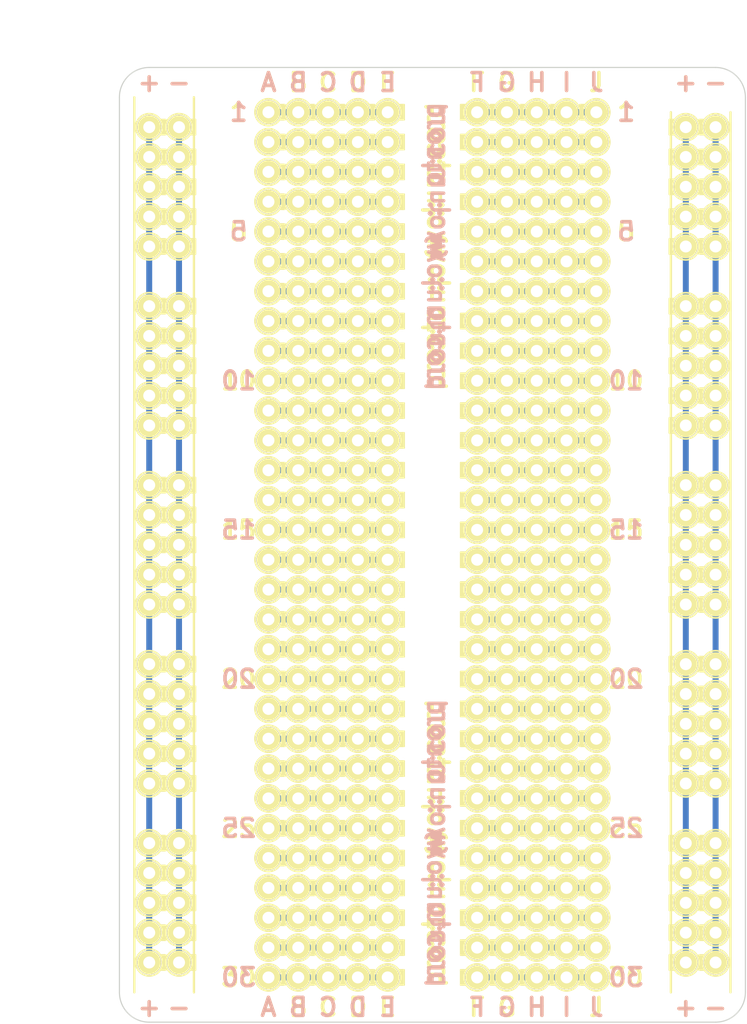
<source format=kicad_pcb>
(kicad_pcb (version 4) (host pcbnew 0.201504131001+5595~22~ubuntu14.10.1-product)
  (title_block (title "pronto - quick prototyping system") (date "Tue Apr 14 2015") (rev rev1) (company WyoLum))
  (layers (0 F.Cu signal) (31 B.Cu signal) (34 B.Paste user) (35 F.Paste user) (36 B.SilkS user) (37 F.SilkS user) (38 B.Mask user) (39 F.Mask user) (44 Edge.Cuts user))
  (net 0 "")
  (module proto:1pin (layer F.Cu) (at 121.92 111.76 270)
    (fp_text reference 1pin hide)
    (fp_text value VAL** hide)
    (pad 1 thru_hole circle (at 0 0 270) (size 2.032 2.032) (drill 1.016) (layers *.Cu *.Mask F.SilkS))
  )
  (module proto:1pin (layer F.Cu) (at 124.46 111.76 270)
    (fp_text reference 1pin hide)
    (fp_text value VAL** hide)
    (pad 1 thru_hole circle (at 0 0 270) (size 2.032 2.032) (drill 1.016) (layers *.Cu *.Mask F.SilkS))
  )
  (module proto:1pin (layer F.Cu) (at 127 111.76 270)
    (fp_text reference 1pin hide)
    (fp_text value VAL** hide)
    (pad 1 thru_hole circle (at 0 0 270) (size 2.032 2.032) (drill 1.016) (layers *.Cu *.Mask F.SilkS))
  )
  (module proto:1pin (layer F.Cu) (at 132.08 111.76 270)
    (fp_text reference 1pin hide)
    (fp_text value VAL** hide)
    (pad 1 thru_hole circle (at 0 0 270) (size 2.032 2.032) (drill 1.016) (layers *.Cu *.Mask F.SilkS))
  )
  (module proto:1pin (layer F.Cu) (at 129.54 111.76 270)
    (fp_text reference 1pin hide)
    (fp_text value VAL** hide)
    (pad 1 thru_hole circle (at 0 0 270) (size 2.032 2.032) (drill 1.016) (layers *.Cu *.Mask F.SilkS))
  )
  (module proto:1pin (layer F.Cu) (at 121.92 114.3 270)
    (fp_text reference 1pin hide)
    (fp_text value VAL** hide)
    (pad 1 thru_hole circle (at 0 0 270) (size 2.032 2.032) (drill 1.016) (layers *.Cu *.Mask F.SilkS))
  )
  (module proto:1pin (layer F.Cu) (at 124.46 114.3 270)
    (fp_text reference 1pin hide)
    (fp_text value VAL** hide)
    (pad 1 thru_hole circle (at 0 0 270) (size 2.032 2.032) (drill 1.016) (layers *.Cu *.Mask F.SilkS))
  )
  (module proto:1pin (layer F.Cu) (at 127 114.3 270)
    (fp_text reference 1pin hide)
    (fp_text value VAL** hide)
    (pad 1 thru_hole circle (at 0 0 270) (size 2.032 2.032) (drill 1.016) (layers *.Cu *.Mask F.SilkS))
  )
  (module proto:1pin (layer F.Cu) (at 132.08 114.3 270)
    (fp_text reference 1pin hide)
    (fp_text value VAL** hide)
    (pad 1 thru_hole circle (at 0 0 270) (size 2.032 2.032) (drill 1.016) (layers *.Cu *.Mask F.SilkS))
  )
  (module proto:1pin (layer F.Cu) (at 129.54 114.3 270)
    (fp_text reference 1pin hide)
    (fp_text value VAL** hide)
    (pad 1 thru_hole circle (at 0 0 270) (size 2.032 2.032) (drill 1.016) (layers *.Cu *.Mask F.SilkS))
  )
  (module proto:1pin (layer F.Cu) (at 129.54 116.84 270)
    (fp_text reference 1pin hide)
    (fp_text value VAL** hide)
    (pad 1 thru_hole circle (at 0 0 270) (size 2.032 2.032) (drill 1.016) (layers *.Cu *.Mask F.SilkS))
  )
  (module proto:1pin (layer F.Cu) (at 132.08 116.84 270)
    (fp_text reference 1pin hide)
    (fp_text value VAL** hide)
    (pad 1 thru_hole circle (at 0 0 270) (size 2.032 2.032) (drill 1.016) (layers *.Cu *.Mask F.SilkS))
  )
  (module proto:1pin (layer F.Cu) (at 127 116.84 270)
    (fp_text reference 1pin hide)
    (fp_text value VAL** hide)
    (pad 1 thru_hole circle (at 0 0 270) (size 2.032 2.032) (drill 1.016) (layers *.Cu *.Mask F.SilkS))
  )
  (module proto:1pin (layer F.Cu) (at 124.46 116.84 270)
    (fp_text reference 1pin hide)
    (fp_text value VAL** hide)
    (pad 1 thru_hole circle (at 0 0 270) (size 2.032 2.032) (drill 1.016) (layers *.Cu *.Mask F.SilkS))
  )
  (module proto:1pin (layer F.Cu) (at 121.92 116.84 270)
    (fp_text reference 1pin hide)
    (fp_text value VAL** hide)
    (pad 1 thru_hole circle (at 0 0 270) (size 2.032 2.032) (drill 1.016) (layers *.Cu *.Mask F.SilkS))
  )
  (module proto:1pin (layer F.Cu) (at 129.54 99.06 270)
    (fp_text reference 1pin hide)
    (fp_text value VAL** hide)
    (pad 1 thru_hole circle (at 0 0 270) (size 2.032 2.032) (drill 1.016) (layers *.Cu *.Mask F.SilkS))
  )
  (module proto:1pin (layer F.Cu) (at 132.08 99.06 270)
    (fp_text reference 1pin hide)
    (fp_text value VAL** hide)
    (pad 1 thru_hole circle (at 0 0 270) (size 2.032 2.032) (drill 1.016) (layers *.Cu *.Mask F.SilkS))
  )
  (module proto:1pin (layer F.Cu) (at 127 99.06 270)
    (fp_text reference 1pin hide)
    (fp_text value VAL** hide)
    (pad 1 thru_hole circle (at 0 0 270) (size 2.032 2.032) (drill 1.016) (layers *.Cu *.Mask F.SilkS))
  )
  (module proto:1pin (layer F.Cu) (at 124.46 99.06 270)
    (fp_text reference 1pin hide)
    (fp_text value VAL** hide)
    (pad 1 thru_hole circle (at 0 0 270) (size 2.032 2.032) (drill 1.016) (layers *.Cu *.Mask F.SilkS))
  )
  (module proto:1pin (layer F.Cu) (at 121.92 99.06 270)
    (fp_text reference 1pin hide)
    (fp_text value VAL** hide)
    (pad 1 thru_hole circle (at 0 0 270) (size 2.032 2.032) (drill 1.016) (layers *.Cu *.Mask F.SilkS))
  )
  (module proto:1pin (layer F.Cu) (at 121.92 109.22 270)
    (fp_text reference 1pin hide)
    (fp_text value VAL** hide)
    (pad 1 thru_hole circle (at 0 0 270) (size 2.032 2.032) (drill 1.016) (layers *.Cu *.Mask F.SilkS))
  )
  (module proto:1pin (layer F.Cu) (at 124.46 109.22 270)
    (fp_text reference 1pin hide)
    (fp_text value VAL** hide)
    (pad 1 thru_hole circle (at 0 0 270) (size 2.032 2.032) (drill 1.016) (layers *.Cu *.Mask F.SilkS))
  )
  (module proto:1pin (layer F.Cu) (at 127 109.22 270)
    (fp_text reference 1pin hide)
    (fp_text value VAL** hide)
    (pad 1 thru_hole circle (at 0 0 270) (size 2.032 2.032) (drill 1.016) (layers *.Cu *.Mask F.SilkS))
  )
  (module proto:1pin (layer F.Cu) (at 132.08 109.22 270)
    (fp_text reference 1pin hide)
    (fp_text value VAL** hide)
    (pad 1 thru_hole circle (at 0 0 270) (size 2.032 2.032) (drill 1.016) (layers *.Cu *.Mask F.SilkS))
  )
  (module proto:1pin (layer F.Cu) (at 129.54 109.22 270)
    (fp_text reference 1pin hide)
    (fp_text value VAL** hide)
    (pad 1 thru_hole circle (at 0 0 270) (size 2.032 2.032) (drill 1.016) (layers *.Cu *.Mask F.SilkS))
  )
  (module proto:1pin (layer F.Cu) (at 129.54 106.68 270)
    (fp_text reference 1pin hide)
    (fp_text value VAL** hide)
    (pad 1 thru_hole circle (at 0 0 270) (size 2.032 2.032) (drill 1.016) (layers *.Cu *.Mask F.SilkS))
  )
  (module proto:1pin (layer F.Cu) (at 132.08 106.68 270)
    (fp_text reference 1pin hide)
    (fp_text value VAL** hide)
    (pad 1 thru_hole circle (at 0 0 270) (size 2.032 2.032) (drill 1.016) (layers *.Cu *.Mask F.SilkS))
  )
  (module proto:1pin (layer F.Cu) (at 127 106.68 270)
    (fp_text reference 1pin hide)
    (fp_text value VAL** hide)
    (pad 1 thru_hole circle (at 0 0 270) (size 2.032 2.032) (drill 1.016) (layers *.Cu *.Mask F.SilkS))
  )
  (module proto:1pin (layer F.Cu) (at 124.46 106.68 270)
    (fp_text reference 1pin hide)
    (fp_text value VAL** hide)
    (pad 1 thru_hole circle (at 0 0 270) (size 2.032 2.032) (drill 1.016) (layers *.Cu *.Mask F.SilkS))
  )
  (module proto:1pin (layer F.Cu) (at 121.92 106.68 270)
    (fp_text reference 1pin hide)
    (fp_text value VAL** hide)
    (pad 1 thru_hole circle (at 0 0 270) (size 2.032 2.032) (drill 1.016) (layers *.Cu *.Mask F.SilkS))
  )
  (module proto:1pin (layer F.Cu) (at 121.92 101.6 270)
    (fp_text reference 1pin hide)
    (fp_text value VAL** hide)
    (pad 1 thru_hole circle (at 0 0 270) (size 2.032 2.032) (drill 1.016) (layers *.Cu *.Mask F.SilkS))
  )
  (module proto:1pin (layer F.Cu) (at 124.46 101.6 270)
    (fp_text reference 1pin hide)
    (fp_text value VAL** hide)
    (pad 1 thru_hole circle (at 0 0 270) (size 2.032 2.032) (drill 1.016) (layers *.Cu *.Mask F.SilkS))
  )
  (module proto:1pin (layer F.Cu) (at 127 101.6 270)
    (fp_text reference 1pin hide)
    (fp_text value VAL** hide)
    (pad 1 thru_hole circle (at 0 0 270) (size 2.032 2.032) (drill 1.016) (layers *.Cu *.Mask F.SilkS))
  )
  (module proto:1pin (layer F.Cu) (at 132.08 101.6 270)
    (fp_text reference 1pin hide)
    (fp_text value VAL** hide)
    (pad 1 thru_hole circle (at 0 0 270) (size 2.032 2.032) (drill 1.016) (layers *.Cu *.Mask F.SilkS))
  )
  (module proto:1pin (layer F.Cu) (at 129.54 101.6 270)
    (fp_text reference 1pin hide)
    (fp_text value VAL** hide)
    (pad 1 thru_hole circle (at 0 0 270) (size 2.032 2.032) (drill 1.016) (layers *.Cu *.Mask F.SilkS))
  )
  (module proto:1pin (layer F.Cu) (at 129.54 104.14 270)
    (fp_text reference 1pin hide)
    (fp_text value VAL** hide)
    (pad 1 thru_hole circle (at 0 0 270) (size 2.032 2.032) (drill 1.016) (layers *.Cu *.Mask F.SilkS))
  )
  (module proto:1pin (layer F.Cu) (at 132.08 104.14 270)
    (fp_text reference 1pin hide)
    (fp_text value VAL** hide)
    (pad 1 thru_hole circle (at 0 0 270) (size 2.032 2.032) (drill 1.016) (layers *.Cu *.Mask F.SilkS))
  )
  (module proto:1pin (layer F.Cu) (at 127 104.14 270)
    (fp_text reference 1pin hide)
    (fp_text value VAL** hide)
    (pad 1 thru_hole circle (at 0 0 270) (size 2.032 2.032) (drill 1.016) (layers *.Cu *.Mask F.SilkS))
  )
  (module proto:1pin (layer F.Cu) (at 124.46 104.14 270)
    (fp_text reference 1pin hide)
    (fp_text value VAL** hide)
    (pad 1 thru_hole circle (at 0 0 270) (size 2.032 2.032) (drill 1.016) (layers *.Cu *.Mask F.SilkS))
  )
  (module proto:1pin (layer F.Cu) (at 121.92 104.14 270)
    (fp_text reference 1pin hide)
    (fp_text value VAL** hide)
    (pad 1 thru_hole circle (at 0 0 270) (size 2.032 2.032) (drill 1.016) (layers *.Cu *.Mask F.SilkS))
  )
  (module proto:1pin (layer F.Cu) (at 121.92 91.44 270)
    (fp_text reference 1pin hide)
    (fp_text value VAL** hide)
    (pad 1 thru_hole circle (at 0 0 270) (size 2.032 2.032) (drill 1.016) (layers *.Cu *.Mask F.SilkS))
  )
  (module proto:1pin (layer F.Cu) (at 124.46 91.44 270)
    (fp_text reference 1pin hide)
    (fp_text value VAL** hide)
    (pad 1 thru_hole circle (at 0 0 270) (size 2.032 2.032) (drill 1.016) (layers *.Cu *.Mask F.SilkS))
  )
  (module proto:1pin (layer F.Cu) (at 127 91.44 270)
    (fp_text reference 1pin hide)
    (fp_text value VAL** hide)
    (pad 1 thru_hole circle (at 0 0 270) (size 2.032 2.032) (drill 1.016) (layers *.Cu *.Mask F.SilkS))
  )
  (module proto:1pin (layer F.Cu) (at 132.08 91.44 270)
    (fp_text reference 1pin hide)
    (fp_text value VAL** hide)
    (pad 1 thru_hole circle (at 0 0 270) (size 2.032 2.032) (drill 1.016) (layers *.Cu *.Mask F.SilkS))
  )
  (module proto:1pin (layer F.Cu) (at 129.54 91.44 270)
    (fp_text reference 1pin hide)
    (fp_text value VAL** hide)
    (pad 1 thru_hole circle (at 0 0 270) (size 2.032 2.032) (drill 1.016) (layers *.Cu *.Mask F.SilkS))
  )
  (module proto:1pin (layer F.Cu) (at 129.54 88.9 270)
    (fp_text reference 1pin hide)
    (fp_text value VAL** hide)
    (pad 1 thru_hole circle (at 0 0 270) (size 2.032 2.032) (drill 1.016) (layers *.Cu *.Mask F.SilkS))
  )
  (module proto:1pin (layer F.Cu) (at 132.08 88.9 270)
    (fp_text reference 1pin hide)
    (fp_text value VAL** hide)
    (pad 1 thru_hole circle (at 0 0 270) (size 2.032 2.032) (drill 1.016) (layers *.Cu *.Mask F.SilkS))
  )
  (module proto:1pin (layer F.Cu) (at 127 88.9 270)
    (fp_text reference 1pin hide)
    (fp_text value VAL** hide)
    (pad 1 thru_hole circle (at 0 0 270) (size 2.032 2.032) (drill 1.016) (layers *.Cu *.Mask F.SilkS))
  )
  (module proto:1pin (layer F.Cu) (at 124.46 88.9 270)
    (fp_text reference 1pin hide)
    (fp_text value VAL** hide)
    (pad 1 thru_hole circle (at 0 0 270) (size 2.032 2.032) (drill 1.016) (layers *.Cu *.Mask F.SilkS))
  )
  (module proto:1pin (layer F.Cu) (at 121.92 88.9 270)
    (fp_text reference 1pin hide)
    (fp_text value VAL** hide)
    (pad 1 thru_hole circle (at 0 0 270) (size 2.032 2.032) (drill 1.016) (layers *.Cu *.Mask F.SilkS))
  )
  (module proto:1pin (layer F.Cu) (at 121.92 93.98 270)
    (fp_text reference 1pin hide)
    (fp_text value VAL** hide)
    (pad 1 thru_hole circle (at 0 0 270) (size 2.032 2.032) (drill 1.016) (layers *.Cu *.Mask F.SilkS))
  )
  (module proto:1pin (layer F.Cu) (at 124.46 93.98 270)
    (fp_text reference 1pin hide)
    (fp_text value VAL** hide)
    (pad 1 thru_hole circle (at 0 0 270) (size 2.032 2.032) (drill 1.016) (layers *.Cu *.Mask F.SilkS))
  )
  (module proto:1pin (layer F.Cu) (at 127 93.98 270)
    (fp_text reference 1pin hide)
    (fp_text value VAL** hide)
    (pad 1 thru_hole circle (at 0 0 270) (size 2.032 2.032) (drill 1.016) (layers *.Cu *.Mask F.SilkS))
  )
  (module proto:1pin (layer F.Cu) (at 132.08 93.98 270)
    (fp_text reference 1pin hide)
    (fp_text value VAL** hide)
    (pad 1 thru_hole circle (at 0 0 270) (size 2.032 2.032) (drill 1.016) (layers *.Cu *.Mask F.SilkS))
  )
  (module proto:1pin (layer F.Cu) (at 129.54 93.98 270)
    (fp_text reference 1pin hide)
    (fp_text value VAL** hide)
    (pad 1 thru_hole circle (at 0 0 270) (size 2.032 2.032) (drill 1.016) (layers *.Cu *.Mask F.SilkS))
  )
  (module proto:1pin (layer F.Cu) (at 129.54 96.52 270)
    (fp_text reference 1pin hide)
    (fp_text value VAL** hide)
    (pad 1 thru_hole circle (at 0 0 270) (size 2.032 2.032) (drill 1.016) (layers *.Cu *.Mask F.SilkS))
  )
  (module proto:1pin (layer F.Cu) (at 132.08 96.52 270)
    (fp_text reference 1pin hide)
    (fp_text value VAL** hide)
    (pad 1 thru_hole circle (at 0 0 270) (size 2.032 2.032) (drill 1.016) (layers *.Cu *.Mask F.SilkS))
  )
  (module proto:1pin (layer F.Cu) (at 127 96.52 270)
    (fp_text reference 1pin hide)
    (fp_text value VAL** hide)
    (pad 1 thru_hole circle (at 0 0 270) (size 2.032 2.032) (drill 1.016) (layers *.Cu *.Mask F.SilkS))
  )
  (module proto:1pin (layer F.Cu) (at 124.46 96.52 270)
    (fp_text reference 1pin hide)
    (fp_text value VAL** hide)
    (pad 1 thru_hole circle (at 0 0 270) (size 2.032 2.032) (drill 1.016) (layers *.Cu *.Mask F.SilkS))
  )
  (module proto:1pin (layer F.Cu) (at 121.92 96.52 270)
    (fp_text reference 1pin hide)
    (fp_text value VAL** hide)
    (pad 1 thru_hole circle (at 0 0 270) (size 2.032 2.032) (drill 1.016) (layers *.Cu *.Mask F.SilkS))
  )
  (module proto:1pin (layer F.Cu) (at 121.92 86.36 270)
    (fp_text reference 1pin hide)
    (fp_text value VAL** hide)
    (pad 1 thru_hole circle (at 0 0 270) (size 2.032 2.032) (drill 1.016) (layers *.Cu *.Mask F.SilkS))
  )
  (module proto:1pin (layer F.Cu) (at 124.46 86.36 270)
    (fp_text reference 1pin hide)
    (fp_text value VAL** hide)
    (pad 1 thru_hole circle (at 0 0 270) (size 2.032 2.032) (drill 1.016) (layers *.Cu *.Mask F.SilkS))
  )
  (module proto:1pin (layer F.Cu) (at 127 86.36 270)
    (fp_text reference 1pin hide)
    (fp_text value VAL** hide)
    (pad 1 thru_hole circle (at 0 0 270) (size 2.032 2.032) (drill 1.016) (layers *.Cu *.Mask F.SilkS))
  )
  (module proto:1pin (layer F.Cu) (at 132.08 86.36 270)
    (fp_text reference 1pin hide)
    (fp_text value VAL** hide)
    (pad 1 thru_hole circle (at 0 0 270) (size 2.032 2.032) (drill 1.016) (layers *.Cu *.Mask F.SilkS))
  )
  (module proto:1pin (layer F.Cu) (at 129.54 86.36 270)
    (fp_text reference 1pin hide)
    (fp_text value VAL** hide)
    (pad 1 thru_hole circle (at 0 0 270) (size 2.032 2.032) (drill 1.016) (layers *.Cu *.Mask F.SilkS))
  )
  (module proto:1pin (layer F.Cu) (at 129.54 83.82 270)
    (fp_text reference 1pin hide)
    (fp_text value VAL** hide)
    (pad 1 thru_hole circle (at 0 0 270) (size 2.032 2.032) (drill 1.016) (layers *.Cu *.Mask F.SilkS))
  )
  (module proto:1pin (layer F.Cu) (at 132.08 83.82 270)
    (fp_text reference 1pin hide)
    (fp_text value VAL** hide)
    (pad 1 thru_hole circle (at 0 0 270) (size 2.032 2.032) (drill 1.016) (layers *.Cu *.Mask F.SilkS))
  )
  (module proto:1pin (layer F.Cu) (at 127 83.82 270)
    (fp_text reference 1pin hide)
    (fp_text value VAL** hide)
    (pad 1 thru_hole circle (at 0 0 270) (size 2.032 2.032) (drill 1.016) (layers *.Cu *.Mask F.SilkS))
  )
  (module proto:1pin (layer F.Cu) (at 124.46 83.82 270)
    (fp_text reference 1pin hide)
    (fp_text value VAL** hide)
    (pad 1 thru_hole circle (at 0 0 270) (size 2.032 2.032) (drill 1.016) (layers *.Cu *.Mask F.SilkS))
  )
  (module proto:1pin (layer F.Cu) (at 121.92 83.82 270)
    (fp_text reference 1pin hide)
    (fp_text value VAL** hide)
    (pad 1 thru_hole circle (at 0 0 270) (size 2.032 2.032) (drill 1.016) (layers *.Cu *.Mask F.SilkS))
  )
  (module proto:1pin (layer F.Cu) (at 121.92 66.04 270)
    (fp_text reference 1pin hide)
    (fp_text value VAL** hide)
    (pad 1 thru_hole circle (at 0 0 270) (size 2.032 2.032) (drill 1.016) (layers *.Cu *.Mask F.SilkS))
  )
  (module proto:1pin (layer F.Cu) (at 124.46 66.04 270)
    (fp_text reference 1pin hide)
    (fp_text value VAL** hide)
    (pad 1 thru_hole circle (at 0 0 270) (size 2.032 2.032) (drill 1.016) (layers *.Cu *.Mask F.SilkS))
  )
  (module proto:1pin (layer F.Cu) (at 127 66.04 270)
    (fp_text reference 1pin hide)
    (fp_text value VAL** hide)
    (pad 1 thru_hole circle (at 0 0 270) (size 2.032 2.032) (drill 1.016) (layers *.Cu *.Mask F.SilkS))
  )
  (module proto:1pin (layer F.Cu) (at 132.08 66.04 270)
    (fp_text reference 1pin hide)
    (fp_text value VAL** hide)
    (pad 1 thru_hole circle (at 0 0 270) (size 2.032 2.032) (drill 1.016) (layers *.Cu *.Mask F.SilkS))
  )
  (module proto:1pin (layer F.Cu) (at 129.54 66.04 270)
    (fp_text reference 1pin hide)
    (fp_text value VAL** hide)
    (pad 1 thru_hole circle (at 0 0 270) (size 2.032 2.032) (drill 1.016) (layers *.Cu *.Mask F.SilkS))
  )
  (module proto:1pin (layer F.Cu) (at 129.54 63.5 270)
    (fp_text reference 1pin hide)
    (fp_text value VAL** hide)
    (pad 1 thru_hole circle (at 0 0 270) (size 2.032 2.032) (drill 1.016) (layers *.Cu *.Mask F.SilkS))
  )
  (module proto:1pin (layer F.Cu) (at 132.08 63.5 270)
    (fp_text reference 1pin hide)
    (fp_text value VAL** hide)
    (pad 1 thru_hole circle (at 0 0 270) (size 2.032 2.032) (drill 1.016) (layers *.Cu *.Mask F.SilkS))
  )
  (module proto:1pin (layer F.Cu) (at 127 63.5 270)
    (fp_text reference 1pin hide)
    (fp_text value VAL** hide)
    (pad 1 thru_hole circle (at 0 0 270) (size 2.032 2.032) (drill 1.016) (layers *.Cu *.Mask F.SilkS))
  )
  (module proto:1pin (layer F.Cu) (at 124.46 63.5 270)
    (fp_text reference 1pin hide)
    (fp_text value VAL** hide)
    (pad 1 thru_hole circle (at 0 0 270) (size 2.032 2.032) (drill 1.016) (layers *.Cu *.Mask F.SilkS))
  )
  (module proto:1pin (layer F.Cu) (at 121.92 63.5 270)
    (fp_text reference 1pin hide)
    (fp_text value VAL** hide)
    (pad 1 thru_hole circle (at 0 0 270) (size 2.032 2.032) (drill 1.016) (layers *.Cu *.Mask F.SilkS))
  )
  (module proto:1pin (layer F.Cu) (at 121.92 68.58 270)
    (fp_text reference 1pin hide)
    (fp_text value VAL** hide)
    (pad 1 thru_hole circle (at 0 0 270) (size 2.032 2.032) (drill 1.016) (layers *.Cu *.Mask F.SilkS))
  )
  (module proto:1pin (layer F.Cu) (at 124.46 68.58 270)
    (fp_text reference 1pin hide)
    (fp_text value VAL** hide)
    (pad 1 thru_hole circle (at 0 0 270) (size 2.032 2.032) (drill 1.016) (layers *.Cu *.Mask F.SilkS))
  )
  (module proto:1pin (layer F.Cu) (at 127 68.58 270)
    (fp_text reference 1pin hide)
    (fp_text value VAL** hide)
    (pad 1 thru_hole circle (at 0 0 270) (size 2.032 2.032) (drill 1.016) (layers *.Cu *.Mask F.SilkS))
  )
  (module proto:1pin (layer F.Cu) (at 132.08 68.58 270)
    (fp_text reference 1pin hide)
    (fp_text value VAL** hide)
    (pad 1 thru_hole circle (at 0 0 270) (size 2.032 2.032) (drill 1.016) (layers *.Cu *.Mask F.SilkS))
  )
  (module proto:1pin (layer F.Cu) (at 129.54 68.58 270)
    (fp_text reference 1pin hide)
    (fp_text value VAL** hide)
    (pad 1 thru_hole circle (at 0 0 270) (size 2.032 2.032) (drill 1.016) (layers *.Cu *.Mask F.SilkS))
  )
  (module proto:1pin (layer F.Cu) (at 129.54 71.12 270)
    (fp_text reference 1pin hide)
    (fp_text value VAL** hide)
    (pad 1 thru_hole circle (at 0 0 270) (size 2.032 2.032) (drill 1.016) (layers *.Cu *.Mask F.SilkS))
  )
  (module proto:1pin (layer F.Cu) (at 132.08 71.12 270)
    (fp_text reference 1pin hide)
    (fp_text value VAL** hide)
    (pad 1 thru_hole circle (at 0 0 270) (size 2.032 2.032) (drill 1.016) (layers *.Cu *.Mask F.SilkS))
  )
  (module proto:1pin (layer F.Cu) (at 127 71.12 270)
    (fp_text reference 1pin hide)
    (fp_text value VAL** hide)
    (pad 1 thru_hole circle (at 0 0 270) (size 2.032 2.032) (drill 1.016) (layers *.Cu *.Mask F.SilkS))
  )
  (module proto:1pin (layer F.Cu) (at 124.46 71.12 270)
    (fp_text reference 1pin hide)
    (fp_text value VAL** hide)
    (pad 1 thru_hole circle (at 0 0 270) (size 2.032 2.032) (drill 1.016) (layers *.Cu *.Mask F.SilkS))
  )
  (module proto:1pin (layer F.Cu) (at 121.92 71.12 270)
    (fp_text reference 1pin hide)
    (fp_text value VAL** hide)
    (pad 1 thru_hole circle (at 0 0 270) (size 2.032 2.032) (drill 1.016) (layers *.Cu *.Mask F.SilkS))
  )
  (module proto:1pin (layer F.Cu) (at 121.92 81.28 270)
    (fp_text reference 1pin hide)
    (fp_text value VAL** hide)
    (pad 1 thru_hole circle (at 0 0 270) (size 2.032 2.032) (drill 1.016) (layers *.Cu *.Mask F.SilkS))
  )
  (module proto:1pin (layer F.Cu) (at 124.46 81.28 270)
    (fp_text reference 1pin hide)
    (fp_text value VAL** hide)
    (pad 1 thru_hole circle (at 0 0 270) (size 2.032 2.032) (drill 1.016) (layers *.Cu *.Mask F.SilkS))
  )
  (module proto:1pin (layer F.Cu) (at 127 81.28 270)
    (fp_text reference 1pin hide)
    (fp_text value VAL** hide)
    (pad 1 thru_hole circle (at 0 0 270) (size 2.032 2.032) (drill 1.016) (layers *.Cu *.Mask F.SilkS))
  )
  (module proto:1pin (layer F.Cu) (at 132.08 81.28 270)
    (fp_text reference 1pin hide)
    (fp_text value VAL** hide)
    (pad 1 thru_hole circle (at 0 0 270) (size 2.032 2.032) (drill 1.016) (layers *.Cu *.Mask F.SilkS))
  )
  (module proto:1pin (layer F.Cu) (at 129.54 81.28 270)
    (fp_text reference 1pin hide)
    (fp_text value VAL** hide)
    (pad 1 thru_hole circle (at 0 0 270) (size 2.032 2.032) (drill 1.016) (layers *.Cu *.Mask F.SilkS))
  )
  (module proto:1pin (layer F.Cu) (at 129.54 78.74 270)
    (fp_text reference 1pin hide)
    (fp_text value VAL** hide)
    (pad 1 thru_hole circle (at 0 0 270) (size 2.032 2.032) (drill 1.016) (layers *.Cu *.Mask F.SilkS))
  )
  (module proto:1pin (layer F.Cu) (at 132.08 78.74 270)
    (fp_text reference 1pin hide)
    (fp_text value VAL** hide)
    (pad 1 thru_hole circle (at 0 0 270) (size 2.032 2.032) (drill 1.016) (layers *.Cu *.Mask F.SilkS))
  )
  (module proto:1pin (layer F.Cu) (at 127 78.74 270)
    (fp_text reference 1pin hide)
    (fp_text value VAL** hide)
    (pad 1 thru_hole circle (at 0 0 270) (size 2.032 2.032) (drill 1.016) (layers *.Cu *.Mask F.SilkS))
  )
  (module proto:1pin (layer F.Cu) (at 124.46 78.74 270)
    (fp_text reference 1pin hide)
    (fp_text value VAL** hide)
    (pad 1 thru_hole circle (at 0 0 270) (size 2.032 2.032) (drill 1.016) (layers *.Cu *.Mask F.SilkS))
  )
  (module proto:1pin (layer F.Cu) (at 121.92 78.74 270)
    (fp_text reference 1pin hide)
    (fp_text value VAL** hide)
    (pad 1 thru_hole circle (at 0 0 270) (size 2.032 2.032) (drill 1.016) (layers *.Cu *.Mask F.SilkS))
  )
  (module proto:1pin (layer F.Cu) (at 121.92 73.66 270)
    (fp_text reference 1pin hide)
    (fp_text value VAL** hide)
    (pad 1 thru_hole circle (at 0 0 270) (size 2.032 2.032) (drill 1.016) (layers *.Cu *.Mask F.SilkS))
  )
  (module proto:1pin (layer F.Cu) (at 124.46 73.66 270)
    (fp_text reference 1pin hide)
    (fp_text value VAL** hide)
    (pad 1 thru_hole circle (at 0 0 270) (size 2.032 2.032) (drill 1.016) (layers *.Cu *.Mask F.SilkS))
  )
  (module proto:1pin (layer F.Cu) (at 127 73.66 270)
    (fp_text reference 1pin hide)
    (fp_text value VAL** hide)
    (pad 1 thru_hole circle (at 0 0 270) (size 2.032 2.032) (drill 1.016) (layers *.Cu *.Mask F.SilkS))
  )
  (module proto:1pin (layer F.Cu) (at 132.08 73.66 270)
    (fp_text reference 1pin hide)
    (fp_text value VAL** hide)
    (pad 1 thru_hole circle (at 0 0 270) (size 2.032 2.032) (drill 1.016) (layers *.Cu *.Mask F.SilkS))
  )
  (module proto:1pin (layer F.Cu) (at 129.54 73.66 270)
    (fp_text reference 1pin hide)
    (fp_text value VAL** hide)
    (pad 1 thru_hole circle (at 0 0 270) (size 2.032 2.032) (drill 1.016) (layers *.Cu *.Mask F.SilkS))
  )
  (module proto:1pin (layer F.Cu) (at 129.54 76.2 270)
    (fp_text reference 1pin hide)
    (fp_text value VAL** hide)
    (pad 1 thru_hole circle (at 0 0 270) (size 2.032 2.032) (drill 1.016) (layers *.Cu *.Mask F.SilkS))
  )
  (module proto:1pin (layer F.Cu) (at 132.08 76.2 270)
    (fp_text reference 1pin hide)
    (fp_text value VAL** hide)
    (pad 1 thru_hole circle (at 0 0 270) (size 2.032 2.032) (drill 1.016) (layers *.Cu *.Mask F.SilkS))
  )
  (module proto:1pin (layer F.Cu) (at 127 76.2 270)
    (fp_text reference 1pin hide)
    (fp_text value VAL** hide)
    (pad 1 thru_hole circle (at 0 0 270) (size 2.032 2.032) (drill 1.016) (layers *.Cu *.Mask F.SilkS))
  )
  (module proto:1pin (layer F.Cu) (at 124.46 76.2 270)
    (fp_text reference 1pin hide)
    (fp_text value VAL** hide)
    (pad 1 thru_hole circle (at 0 0 270) (size 2.032 2.032) (drill 1.016) (layers *.Cu *.Mask F.SilkS))
  )
  (module proto:1pin (layer F.Cu) (at 121.92 76.2 270)
    (fp_text reference 1pin hide)
    (fp_text value VAL** hide)
    (pad 1 thru_hole circle (at 0 0 270) (size 2.032 2.032) (drill 1.016) (layers *.Cu *.Mask F.SilkS))
  )
  (module proto:1pin (layer F.Cu) (at 121.92 55.88 270)
    (fp_text reference 1pin hide)
    (fp_text value VAL** hide)
    (pad 1 thru_hole circle (at 0 0 270) (size 2.032 2.032) (drill 1.016) (layers *.Cu *.Mask F.SilkS))
  )
  (module proto:1pin (layer F.Cu) (at 124.46 55.88 270)
    (fp_text reference 1pin hide)
    (fp_text value VAL** hide)
    (pad 1 thru_hole circle (at 0 0 270) (size 2.032 2.032) (drill 1.016) (layers *.Cu *.Mask F.SilkS))
  )
  (module proto:1pin (layer F.Cu) (at 127 55.88 270)
    (fp_text reference 1pin hide)
    (fp_text value VAL** hide)
    (pad 1 thru_hole circle (at 0 0 270) (size 2.032 2.032) (drill 1.016) (layers *.Cu *.Mask F.SilkS))
  )
  (module proto:1pin (layer F.Cu) (at 132.08 55.88 270)
    (fp_text reference 1pin hide)
    (fp_text value VAL** hide)
    (pad 1 thru_hole circle (at 0 0 270) (size 2.032 2.032) (drill 1.016) (layers *.Cu *.Mask F.SilkS))
  )
  (module proto:1pin (layer F.Cu) (at 129.54 55.88 270)
    (fp_text reference 1pin hide)
    (fp_text value VAL** hide)
    (pad 1 thru_hole circle (at 0 0 270) (size 2.032 2.032) (drill 1.016) (layers *.Cu *.Mask F.SilkS))
  )
  (module proto:1pin (layer F.Cu) (at 129.54 53.34 270)
    (fp_text reference 1pin hide)
    (fp_text value VAL** hide)
    (pad 1 thru_hole circle (at 0 0 270) (size 2.032 2.032) (drill 1.016) (layers *.Cu *.Mask F.SilkS))
  )
  (module proto:1pin (layer F.Cu) (at 132.08 53.34 270)
    (fp_text reference 1pin hide)
    (fp_text value VAL** hide)
    (pad 1 thru_hole circle (at 0 0 270) (size 2.032 2.032) (drill 1.016) (layers *.Cu *.Mask F.SilkS))
  )
  (module proto:1pin (layer F.Cu) (at 127 53.34 270)
    (fp_text reference 1pin hide)
    (fp_text value VAL** hide)
    (pad 1 thru_hole circle (at 0 0 270) (size 2.032 2.032) (drill 1.016) (layers *.Cu *.Mask F.SilkS))
  )
  (module proto:1pin (layer F.Cu) (at 124.46 53.34 270)
    (fp_text reference 1pin hide)
    (fp_text value VAL** hide)
    (pad 1 thru_hole circle (at 0 0 270) (size 2.032 2.032) (drill 1.016) (layers *.Cu *.Mask F.SilkS))
  )
  (module proto:1pin (layer F.Cu) (at 121.92 53.34 270)
    (fp_text reference 1pin hide)
    (fp_text value VAL** hide)
    (pad 1 thru_hole circle (at 0 0 270) (size 2.032 2.032) (drill 1.016) (layers *.Cu *.Mask F.SilkS))
  )
  (module proto:1pin (layer F.Cu) (at 121.92 58.42 270)
    (fp_text reference 1pin hide)
    (fp_text value VAL** hide)
    (pad 1 thru_hole circle (at 0 0 270) (size 2.032 2.032) (drill 1.016) (layers *.Cu *.Mask F.SilkS))
  )
  (module proto:1pin (layer F.Cu) (at 124.46 58.42 270)
    (fp_text reference 1pin hide)
    (fp_text value VAL** hide)
    (pad 1 thru_hole circle (at 0 0 270) (size 2.032 2.032) (drill 1.016) (layers *.Cu *.Mask F.SilkS))
  )
  (module proto:1pin (layer F.Cu) (at 127 58.42 270)
    (fp_text reference 1pin hide)
    (fp_text value VAL** hide)
    (pad 1 thru_hole circle (at 0 0 270) (size 2.032 2.032) (drill 1.016) (layers *.Cu *.Mask F.SilkS))
  )
  (module proto:1pin (layer F.Cu) (at 132.08 58.42 270)
    (fp_text reference 1pin hide)
    (fp_text value VAL** hide)
    (pad 1 thru_hole circle (at 0 0 270) (size 2.032 2.032) (drill 1.016) (layers *.Cu *.Mask F.SilkS))
  )
  (module proto:1pin (layer F.Cu) (at 129.54 58.42 270)
    (fp_text reference 1pin hide)
    (fp_text value VAL** hide)
    (pad 1 thru_hole circle (at 0 0 270) (size 2.032 2.032) (drill 1.016) (layers *.Cu *.Mask F.SilkS))
  )
  (module proto:1pin (layer F.Cu) (at 129.54 60.96 270)
    (fp_text reference 1pin hide)
    (fp_text value VAL** hide)
    (pad 1 thru_hole circle (at 0 0 270) (size 2.032 2.032) (drill 1.016) (layers *.Cu *.Mask F.SilkS))
  )
  (module proto:1pin (layer F.Cu) (at 132.08 60.96 270)
    (fp_text reference 1pin hide)
    (fp_text value VAL** hide)
    (pad 1 thru_hole circle (at 0 0 270) (size 2.032 2.032) (drill 1.016) (layers *.Cu *.Mask F.SilkS))
  )
  (module proto:1pin (layer F.Cu) (at 127 60.96 270)
    (fp_text reference 1pin hide)
    (fp_text value VAL** hide)
    (pad 1 thru_hole circle (at 0 0 270) (size 2.032 2.032) (drill 1.016) (layers *.Cu *.Mask F.SilkS))
  )
  (module proto:1pin (layer F.Cu) (at 124.46 60.96 270)
    (fp_text reference 1pin hide)
    (fp_text value VAL** hide)
    (pad 1 thru_hole circle (at 0 0 270) (size 2.032 2.032) (drill 1.016) (layers *.Cu *.Mask F.SilkS))
  )
  (module proto:1pin (layer F.Cu) (at 121.92 60.96 270)
    (fp_text reference 1pin hide)
    (fp_text value VAL** hide)
    (pad 1 thru_hole circle (at 0 0 270) (size 2.032 2.032) (drill 1.016) (layers *.Cu *.Mask F.SilkS))
  )
  (module proto:1pin (layer F.Cu) (at 121.92 50.8 270)
    (fp_text reference 1pin hide)
    (fp_text value VAL** hide)
    (pad 1 thru_hole circle (at 0 0 270) (size 2.032 2.032) (drill 1.016) (layers *.Cu *.Mask F.SilkS))
  )
  (module proto:1pin (layer F.Cu) (at 124.46 50.8 270)
    (fp_text reference 1pin hide)
    (fp_text value VAL** hide)
    (pad 1 thru_hole circle (at 0 0 270) (size 2.032 2.032) (drill 1.016) (layers *.Cu *.Mask F.SilkS))
  )
  (module proto:1pin (layer F.Cu) (at 127 50.8 270)
    (fp_text reference 1pin hide)
    (fp_text value VAL** hide)
    (pad 1 thru_hole circle (at 0 0 270) (size 2.032 2.032) (drill 1.016) (layers *.Cu *.Mask F.SilkS))
  )
  (module proto:1pin (layer F.Cu) (at 132.08 50.8 270)
    (fp_text reference 1pin hide)
    (fp_text value VAL** hide)
    (pad 1 thru_hole circle (at 0 0 270) (size 2.032 2.032) (drill 1.016) (layers *.Cu *.Mask F.SilkS))
  )
  (module proto:1pin (layer F.Cu) (at 129.54 50.8 270)
    (fp_text reference 1pin hide)
    (fp_text value VAL** hide)
    (pad 1 thru_hole circle (at 0 0 270) (size 2.032 2.032) (drill 1.016) (layers *.Cu *.Mask F.SilkS))
  )
  (module proto:1pin (layer F.Cu) (at 129.54 48.26 270)
    (fp_text reference 1pin hide)
    (fp_text value VAL** hide)
    (pad 1 thru_hole circle (at 0 0 270) (size 2.032 2.032) (drill 1.016) (layers *.Cu *.Mask F.SilkS))
  )
  (module proto:1pin (layer F.Cu) (at 132.08 48.26 270)
    (fp_text reference 1pin hide)
    (fp_text value VAL** hide)
    (pad 1 thru_hole circle (at 0 0 270) (size 2.032 2.032) (drill 1.016) (layers *.Cu *.Mask F.SilkS))
  )
  (module proto:1pin (layer F.Cu) (at 127 48.26 270)
    (fp_text reference 1pin hide)
    (fp_text value VAL** hide)
    (pad 1 thru_hole circle (at 0 0 270) (size 2.032 2.032) (drill 1.016) (layers *.Cu *.Mask F.SilkS))
  )
  (module proto:1pin (layer F.Cu) (at 124.46 48.26 270)
    (fp_text reference 1pin hide)
    (fp_text value VAL** hide)
    (pad 1 thru_hole circle (at 0 0 270) (size 2.032 2.032) (drill 1.016) (layers *.Cu *.Mask F.SilkS))
  )
  (module proto:1pin (layer F.Cu) (at 121.92 48.26 270)
    (fp_text reference 1pin hide)
    (fp_text value VAL** hide)
    (pad 1 thru_hole circle (at 0 0 270) (size 2.032 2.032) (drill 1.016) (layers *.Cu *.Mask F.SilkS))
  )
  (module proto:1pin (layer F.Cu) (at 121.92 43.18 270)
    (fp_text reference 1pin hide)
    (fp_text value VAL** hide)
    (pad 1 thru_hole circle (at 0 0 270) (size 2.032 2.032) (drill 1.016) (layers *.Cu *.Mask F.SilkS))
  )
  (module proto:1pin (layer F.Cu) (at 124.46 43.18 270)
    (fp_text reference 1pin hide)
    (fp_text value VAL** hide)
    (pad 1 thru_hole circle (at 0 0 270) (size 2.032 2.032) (drill 1.016) (layers *.Cu *.Mask F.SilkS))
  )
  (module proto:1pin (layer F.Cu) (at 127 43.18 270)
    (fp_text reference 1pin hide)
    (fp_text value VAL** hide)
    (pad 1 thru_hole circle (at 0 0 270) (size 2.032 2.032) (drill 1.016) (layers *.Cu *.Mask F.SilkS))
  )
  (module proto:1pin (layer F.Cu) (at 132.08 43.18 270)
    (fp_text reference 1pin hide)
    (fp_text value VAL** hide)
    (pad 1 thru_hole circle (at 0 0 270) (size 2.032 2.032) (drill 1.016) (layers *.Cu *.Mask F.SilkS))
  )
  (module proto:1pin (layer F.Cu) (at 129.54 43.18 270)
    (fp_text reference 1pin hide)
    (fp_text value VAL** hide)
    (pad 1 thru_hole circle (at 0 0 270) (size 2.032 2.032) (drill 1.016) (layers *.Cu *.Mask F.SilkS))
  )
  (module proto:1pin (layer F.Cu) (at 129.54 45.72 270)
    (fp_text reference 1pin hide)
    (fp_text value VAL** hide)
    (pad 1 thru_hole circle (at 0 0 270) (size 2.032 2.032) (drill 1.016) (layers *.Cu *.Mask F.SilkS))
  )
  (module proto:1pin (layer F.Cu) (at 132.08 45.72 270)
    (fp_text reference 1pin hide)
    (fp_text value VAL** hide)
    (pad 1 thru_hole circle (at 0 0 270) (size 2.032 2.032) (drill 1.016) (layers *.Cu *.Mask F.SilkS))
  )
  (module proto:1pin (layer F.Cu) (at 127 45.72 270)
    (fp_text reference 1pin hide)
    (fp_text value VAL** hide)
    (pad 1 thru_hole circle (at 0 0 270) (size 2.032 2.032) (drill 1.016) (layers *.Cu *.Mask F.SilkS))
  )
  (module proto:1pin (layer F.Cu) (at 124.46 45.72 270)
    (fp_text reference 1pin hide)
    (fp_text value VAL** hide)
    (pad 1 thru_hole circle (at 0 0 270) (size 2.032 2.032) (drill 1.016) (layers *.Cu *.Mask F.SilkS))
  )
  (module proto:1pin (layer F.Cu) (at 121.92 45.72 270)
    (fp_text reference 1pin hide)
    (fp_text value VAL** hide)
    (pad 1 thru_hole circle (at 0 0 270) (size 2.032 2.032) (drill 1.016) (layers *.Cu *.Mask F.SilkS))
  )
  (module proto:1pin (layer F.Cu) (at 114.3 83.82 90)
    (fp_text reference 1pin hide)
    (fp_text value VAL** hide)
    (pad 1 thru_hole circle (at 0 0 90) (size 2.032 2.032) (drill 1.016) (layers *.Cu *.Mask F.SilkS))
  )
  (module proto:1pin (layer F.Cu) (at 111.76 83.82 90)
    (fp_text reference 1pin hide)
    (fp_text value VAL** hide)
    (pad 1 thru_hole circle (at 0 0 90) (size 2.032 2.032) (drill 1.016) (layers *.Cu *.Mask F.SilkS))
  )
  (module proto:1pin (layer F.Cu) (at 109.22 83.82 90)
    (fp_text reference 1pin hide)
    (fp_text value VAL** hide)
    (pad 1 thru_hole circle (at 0 0 90) (size 2.032 2.032) (drill 1.016) (layers *.Cu *.Mask F.SilkS))
  )
  (module proto:1pin (layer F.Cu) (at 104.14 83.82 90)
    (fp_text reference 1pin hide)
    (fp_text value VAL** hide)
    (pad 1 thru_hole circle (at 0 0 90) (size 2.032 2.032) (drill 1.016) (layers *.Cu *.Mask F.SilkS))
  )
  (module proto:1pin (layer F.Cu) (at 106.68 83.82 90)
    (fp_text reference 1pin hide)
    (fp_text value VAL** hide)
    (pad 1 thru_hole circle (at 0 0 90) (size 2.032 2.032) (drill 1.016) (layers *.Cu *.Mask F.SilkS))
  )
  (module proto:1pin (layer F.Cu) (at 106.68 86.36 90)
    (fp_text reference 1pin hide)
    (fp_text value VAL** hide)
    (pad 1 thru_hole circle (at 0 0 90) (size 2.032 2.032) (drill 1.016) (layers *.Cu *.Mask F.SilkS))
  )
  (module proto:1pin (layer F.Cu) (at 104.14 86.36 90)
    (fp_text reference 1pin hide)
    (fp_text value VAL** hide)
    (pad 1 thru_hole circle (at 0 0 90) (size 2.032 2.032) (drill 1.016) (layers *.Cu *.Mask F.SilkS))
  )
  (module proto:1pin (layer F.Cu) (at 109.22 86.36 90)
    (fp_text reference 1pin hide)
    (fp_text value VAL** hide)
    (pad 1 thru_hole circle (at 0 0 90) (size 2.032 2.032) (drill 1.016) (layers *.Cu *.Mask F.SilkS))
  )
  (module proto:1pin (layer F.Cu) (at 111.76 86.36 90)
    (fp_text reference 1pin hide)
    (fp_text value VAL** hide)
    (pad 1 thru_hole circle (at 0 0 90) (size 2.032 2.032) (drill 1.016) (layers *.Cu *.Mask F.SilkS))
  )
  (module proto:1pin (layer F.Cu) (at 114.3 86.36 90)
    (fp_text reference 1pin hide)
    (fp_text value VAL** hide)
    (pad 1 thru_hole circle (at 0 0 90) (size 2.032 2.032) (drill 1.016) (layers *.Cu *.Mask F.SilkS))
  )
  (module proto:1pin (layer F.Cu) (at 114.3 91.44 90)
    (fp_text reference 1pin hide)
    (fp_text value VAL** hide)
    (pad 1 thru_hole circle (at 0 0 90) (size 2.032 2.032) (drill 1.016) (layers *.Cu *.Mask F.SilkS))
  )
  (module proto:1pin (layer F.Cu) (at 111.76 91.44 90)
    (fp_text reference 1pin hide)
    (fp_text value VAL** hide)
    (pad 1 thru_hole circle (at 0 0 90) (size 2.032 2.032) (drill 1.016) (layers *.Cu *.Mask F.SilkS))
  )
  (module proto:1pin (layer F.Cu) (at 109.22 91.44 90)
    (fp_text reference 1pin hide)
    (fp_text value VAL** hide)
    (pad 1 thru_hole circle (at 0 0 90) (size 2.032 2.032) (drill 1.016) (layers *.Cu *.Mask F.SilkS))
  )
  (module proto:1pin (layer F.Cu) (at 104.14 91.44 90)
    (fp_text reference 1pin hide)
    (fp_text value VAL** hide)
    (pad 1 thru_hole circle (at 0 0 90) (size 2.032 2.032) (drill 1.016) (layers *.Cu *.Mask F.SilkS))
  )
  (module proto:1pin (layer F.Cu) (at 106.68 91.44 90)
    (fp_text reference 1pin hide)
    (fp_text value VAL** hide)
    (pad 1 thru_hole circle (at 0 0 90) (size 2.032 2.032) (drill 1.016) (layers *.Cu *.Mask F.SilkS))
  )
  (module proto:1pin (layer F.Cu) (at 106.68 88.9 90)
    (fp_text reference 1pin hide)
    (fp_text value VAL** hide)
    (pad 1 thru_hole circle (at 0 0 90) (size 2.032 2.032) (drill 1.016) (layers *.Cu *.Mask F.SilkS))
  )
  (module proto:1pin (layer F.Cu) (at 104.14 88.9 90)
    (fp_text reference 1pin hide)
    (fp_text value VAL** hide)
    (pad 1 thru_hole circle (at 0 0 90) (size 2.032 2.032) (drill 1.016) (layers *.Cu *.Mask F.SilkS))
  )
  (module proto:1pin (layer F.Cu) (at 109.22 88.9 90)
    (fp_text reference 1pin hide)
    (fp_text value VAL** hide)
    (pad 1 thru_hole circle (at 0 0 90) (size 2.032 2.032) (drill 1.016) (layers *.Cu *.Mask F.SilkS))
  )
  (module proto:1pin (layer F.Cu) (at 111.76 88.9 90)
    (fp_text reference 1pin hide)
    (fp_text value VAL** hide)
    (pad 1 thru_hole circle (at 0 0 90) (size 2.032 2.032) (drill 1.016) (layers *.Cu *.Mask F.SilkS))
  )
  (module proto:1pin (layer F.Cu) (at 114.3 88.9 90)
    (fp_text reference 1pin hide)
    (fp_text value VAL** hide)
    (pad 1 thru_hole circle (at 0 0 90) (size 2.032 2.032) (drill 1.016) (layers *.Cu *.Mask F.SilkS))
  )
  (module proto:1pin (layer F.Cu) (at 114.3 99.06 90)
    (fp_text reference 1pin hide)
    (fp_text value VAL** hide)
    (pad 1 thru_hole circle (at 0 0 90) (size 2.032 2.032) (drill 1.016) (layers *.Cu *.Mask F.SilkS))
  )
  (module proto:1pin (layer F.Cu) (at 111.76 99.06 90)
    (fp_text reference 1pin hide)
    (fp_text value VAL** hide)
    (pad 1 thru_hole circle (at 0 0 90) (size 2.032 2.032) (drill 1.016) (layers *.Cu *.Mask F.SilkS))
  )
  (module proto:1pin (layer F.Cu) (at 109.22 99.06 90)
    (fp_text reference 1pin hide)
    (fp_text value VAL** hide)
    (pad 1 thru_hole circle (at 0 0 90) (size 2.032 2.032) (drill 1.016) (layers *.Cu *.Mask F.SilkS))
  )
  (module proto:1pin (layer F.Cu) (at 104.14 99.06 90)
    (fp_text reference 1pin hide)
    (fp_text value VAL** hide)
    (pad 1 thru_hole circle (at 0 0 90) (size 2.032 2.032) (drill 1.016) (layers *.Cu *.Mask F.SilkS))
  )
  (module proto:1pin (layer F.Cu) (at 106.68 99.06 90)
    (fp_text reference 1pin hide)
    (fp_text value VAL** hide)
    (pad 1 thru_hole circle (at 0 0 90) (size 2.032 2.032) (drill 1.016) (layers *.Cu *.Mask F.SilkS))
  )
  (module proto:1pin (layer F.Cu) (at 106.68 101.6 90)
    (fp_text reference 1pin hide)
    (fp_text value VAL** hide)
    (pad 1 thru_hole circle (at 0 0 90) (size 2.032 2.032) (drill 1.016) (layers *.Cu *.Mask F.SilkS))
  )
  (module proto:1pin (layer F.Cu) (at 104.14 101.6 90)
    (fp_text reference 1pin hide)
    (fp_text value VAL** hide)
    (pad 1 thru_hole circle (at 0 0 90) (size 2.032 2.032) (drill 1.016) (layers *.Cu *.Mask F.SilkS))
  )
  (module proto:1pin (layer F.Cu) (at 109.22 101.6 90)
    (fp_text reference 1pin hide)
    (fp_text value VAL** hide)
    (pad 1 thru_hole circle (at 0 0 90) (size 2.032 2.032) (drill 1.016) (layers *.Cu *.Mask F.SilkS))
  )
  (module proto:1pin (layer F.Cu) (at 111.76 101.6 90)
    (fp_text reference 1pin hide)
    (fp_text value VAL** hide)
    (pad 1 thru_hole circle (at 0 0 90) (size 2.032 2.032) (drill 1.016) (layers *.Cu *.Mask F.SilkS))
  )
  (module proto:1pin (layer F.Cu) (at 114.3 101.6 90)
    (fp_text reference 1pin hide)
    (fp_text value VAL** hide)
    (pad 1 thru_hole circle (at 0 0 90) (size 2.032 2.032) (drill 1.016) (layers *.Cu *.Mask F.SilkS))
  )
  (module proto:1pin (layer F.Cu) (at 114.3 96.52 90)
    (fp_text reference 1pin hide)
    (fp_text value VAL** hide)
    (pad 1 thru_hole circle (at 0 0 90) (size 2.032 2.032) (drill 1.016) (layers *.Cu *.Mask F.SilkS))
  )
  (module proto:1pin (layer F.Cu) (at 111.76 96.52 90)
    (fp_text reference 1pin hide)
    (fp_text value VAL** hide)
    (pad 1 thru_hole circle (at 0 0 90) (size 2.032 2.032) (drill 1.016) (layers *.Cu *.Mask F.SilkS))
  )
  (module proto:1pin (layer F.Cu) (at 109.22 96.52 90)
    (fp_text reference 1pin hide)
    (fp_text value VAL** hide)
    (pad 1 thru_hole circle (at 0 0 90) (size 2.032 2.032) (drill 1.016) (layers *.Cu *.Mask F.SilkS))
  )
  (module proto:1pin (layer F.Cu) (at 104.14 96.52 90)
    (fp_text reference 1pin hide)
    (fp_text value VAL** hide)
    (pad 1 thru_hole circle (at 0 0 90) (size 2.032 2.032) (drill 1.016) (layers *.Cu *.Mask F.SilkS))
  )
  (module proto:1pin (layer F.Cu) (at 106.68 96.52 90)
    (fp_text reference 1pin hide)
    (fp_text value VAL** hide)
    (pad 1 thru_hole circle (at 0 0 90) (size 2.032 2.032) (drill 1.016) (layers *.Cu *.Mask F.SilkS))
  )
  (module proto:1pin (layer F.Cu) (at 106.68 93.98 90)
    (fp_text reference 1pin hide)
    (fp_text value VAL** hide)
    (pad 1 thru_hole circle (at 0 0 90) (size 2.032 2.032) (drill 1.016) (layers *.Cu *.Mask F.SilkS))
  )
  (module proto:1pin (layer F.Cu) (at 104.14 93.98 90)
    (fp_text reference 1pin hide)
    (fp_text value VAL** hide)
    (pad 1 thru_hole circle (at 0 0 90) (size 2.032 2.032) (drill 1.016) (layers *.Cu *.Mask F.SilkS))
  )
  (module proto:1pin (layer F.Cu) (at 109.22 93.98 90)
    (fp_text reference 1pin hide)
    (fp_text value VAL** hide)
    (pad 1 thru_hole circle (at 0 0 90) (size 2.032 2.032) (drill 1.016) (layers *.Cu *.Mask F.SilkS))
  )
  (module proto:1pin (layer F.Cu) (at 111.76 93.98 90)
    (fp_text reference 1pin hide)
    (fp_text value VAL** hide)
    (pad 1 thru_hole circle (at 0 0 90) (size 2.032 2.032) (drill 1.016) (layers *.Cu *.Mask F.SilkS))
  )
  (module proto:1pin (layer F.Cu) (at 114.3 93.98 90)
    (fp_text reference 1pin hide)
    (fp_text value VAL** hide)
    (pad 1 thru_hole circle (at 0 0 90) (size 2.032 2.032) (drill 1.016) (layers *.Cu *.Mask F.SilkS))
  )
  (module proto:1pin (layer F.Cu) (at 114.3 114.3 90)
    (fp_text reference 1pin hide)
    (fp_text value VAL** hide)
    (pad 1 thru_hole circle (at 0 0 90) (size 2.032 2.032) (drill 1.016) (layers *.Cu *.Mask F.SilkS))
  )
  (module proto:1pin (layer F.Cu) (at 111.76 114.3 90)
    (fp_text reference 1pin hide)
    (fp_text value VAL** hide)
    (pad 1 thru_hole circle (at 0 0 90) (size 2.032 2.032) (drill 1.016) (layers *.Cu *.Mask F.SilkS))
  )
  (module proto:1pin (layer F.Cu) (at 109.22 114.3 90)
    (fp_text reference 1pin hide)
    (fp_text value VAL** hide)
    (pad 1 thru_hole circle (at 0 0 90) (size 2.032 2.032) (drill 1.016) (layers *.Cu *.Mask F.SilkS))
  )
  (module proto:1pin (layer F.Cu) (at 104.14 114.3 90)
    (fp_text reference 1pin hide)
    (fp_text value VAL** hide)
    (pad 1 thru_hole circle (at 0 0 90) (size 2.032 2.032) (drill 1.016) (layers *.Cu *.Mask F.SilkS))
  )
  (module proto:1pin (layer F.Cu) (at 106.68 114.3 90)
    (fp_text reference 1pin hide)
    (fp_text value VAL** hide)
    (pad 1 thru_hole circle (at 0 0 90) (size 2.032 2.032) (drill 1.016) (layers *.Cu *.Mask F.SilkS))
  )
  (module proto:1pin (layer F.Cu) (at 106.68 116.84 90)
    (fp_text reference 1pin hide)
    (fp_text value VAL** hide)
    (pad 1 thru_hole circle (at 0 0 90) (size 2.032 2.032) (drill 1.016) (layers *.Cu *.Mask F.SilkS))
  )
  (module proto:1pin (layer F.Cu) (at 104.14 116.84 90)
    (fp_text reference 1pin hide)
    (fp_text value VAL** hide)
    (pad 1 thru_hole circle (at 0 0 90) (size 2.032 2.032) (drill 1.016) (layers *.Cu *.Mask F.SilkS))
  )
  (module proto:1pin (layer F.Cu) (at 109.22 116.84 90)
    (fp_text reference 1pin hide)
    (fp_text value VAL** hide)
    (pad 1 thru_hole circle (at 0 0 90) (size 2.032 2.032) (drill 1.016) (layers *.Cu *.Mask F.SilkS))
  )
  (module proto:1pin (layer F.Cu) (at 111.76 116.84 90)
    (fp_text reference 1pin hide)
    (fp_text value VAL** hide)
    (pad 1 thru_hole circle (at 0 0 90) (size 2.032 2.032) (drill 1.016) (layers *.Cu *.Mask F.SilkS))
  )
  (module proto:1pin (layer F.Cu) (at 114.3 116.84 90)
    (fp_text reference 1pin hide)
    (fp_text value VAL** hide)
    (pad 1 thru_hole circle (at 0 0 90) (size 2.032 2.032) (drill 1.016) (layers *.Cu *.Mask F.SilkS))
  )
  (module proto:1pin (layer F.Cu) (at 114.3 109.22 90)
    (fp_text reference 1pin hide)
    (fp_text value VAL** hide)
    (pad 1 thru_hole circle (at 0 0 90) (size 2.032 2.032) (drill 1.016) (layers *.Cu *.Mask F.SilkS))
  )
  (module proto:1pin (layer F.Cu) (at 111.76 109.22 90)
    (fp_text reference 1pin hide)
    (fp_text value VAL** hide)
    (pad 1 thru_hole circle (at 0 0 90) (size 2.032 2.032) (drill 1.016) (layers *.Cu *.Mask F.SilkS))
  )
  (module proto:1pin (layer F.Cu) (at 109.22 109.22 90)
    (fp_text reference 1pin hide)
    (fp_text value VAL** hide)
    (pad 1 thru_hole circle (at 0 0 90) (size 2.032 2.032) (drill 1.016) (layers *.Cu *.Mask F.SilkS))
  )
  (module proto:1pin (layer F.Cu) (at 104.14 109.22 90)
    (fp_text reference 1pin hide)
    (fp_text value VAL** hide)
    (pad 1 thru_hole circle (at 0 0 90) (size 2.032 2.032) (drill 1.016) (layers *.Cu *.Mask F.SilkS))
  )
  (module proto:1pin (layer F.Cu) (at 106.68 109.22 90)
    (fp_text reference 1pin hide)
    (fp_text value VAL** hide)
    (pad 1 thru_hole circle (at 0 0 90) (size 2.032 2.032) (drill 1.016) (layers *.Cu *.Mask F.SilkS))
  )
  (module proto:1pin (layer F.Cu) (at 106.68 111.76 90)
    (fp_text reference 1pin hide)
    (fp_text value VAL** hide)
    (pad 1 thru_hole circle (at 0 0 90) (size 2.032 2.032) (drill 1.016) (layers *.Cu *.Mask F.SilkS))
  )
  (module proto:1pin (layer F.Cu) (at 104.14 111.76 90)
    (fp_text reference 1pin hide)
    (fp_text value VAL** hide)
    (pad 1 thru_hole circle (at 0 0 90) (size 2.032 2.032) (drill 1.016) (layers *.Cu *.Mask F.SilkS))
  )
  (module proto:1pin (layer F.Cu) (at 109.22 111.76 90)
    (fp_text reference 1pin hide)
    (fp_text value VAL** hide)
    (pad 1 thru_hole circle (at 0 0 90) (size 2.032 2.032) (drill 1.016) (layers *.Cu *.Mask F.SilkS))
  )
  (module proto:1pin (layer F.Cu) (at 111.76 111.76 90)
    (fp_text reference 1pin hide)
    (fp_text value VAL** hide)
    (pad 1 thru_hole circle (at 0 0 90) (size 2.032 2.032) (drill 1.016) (layers *.Cu *.Mask F.SilkS))
  )
  (module proto:1pin (layer F.Cu) (at 114.3 111.76 90)
    (fp_text reference 1pin hide)
    (fp_text value VAL** hide)
    (pad 1 thru_hole circle (at 0 0 90) (size 2.032 2.032) (drill 1.016) (layers *.Cu *.Mask F.SilkS))
  )
  (module proto:1pin (layer F.Cu) (at 114.3 106.68 90)
    (fp_text reference 1pin hide)
    (fp_text value VAL** hide)
    (pad 1 thru_hole circle (at 0 0 90) (size 2.032 2.032) (drill 1.016) (layers *.Cu *.Mask F.SilkS))
  )
  (module proto:1pin (layer F.Cu) (at 111.76 106.68 90)
    (fp_text reference 1pin hide)
    (fp_text value VAL** hide)
    (pad 1 thru_hole circle (at 0 0 90) (size 2.032 2.032) (drill 1.016) (layers *.Cu *.Mask F.SilkS))
  )
  (module proto:1pin (layer F.Cu) (at 109.22 106.68 90)
    (fp_text reference 1pin hide)
    (fp_text value VAL** hide)
    (pad 1 thru_hole circle (at 0 0 90) (size 2.032 2.032) (drill 1.016) (layers *.Cu *.Mask F.SilkS))
  )
  (module proto:1pin (layer F.Cu) (at 104.14 106.68 90)
    (fp_text reference 1pin hide)
    (fp_text value VAL** hide)
    (pad 1 thru_hole circle (at 0 0 90) (size 2.032 2.032) (drill 1.016) (layers *.Cu *.Mask F.SilkS))
  )
  (module proto:1pin (layer F.Cu) (at 106.68 106.68 90)
    (fp_text reference 1pin hide)
    (fp_text value VAL** hide)
    (pad 1 thru_hole circle (at 0 0 90) (size 2.032 2.032) (drill 1.016) (layers *.Cu *.Mask F.SilkS))
  )
  (module proto:1pin (layer F.Cu) (at 106.68 104.14 90)
    (fp_text reference 1pin hide)
    (fp_text value VAL** hide)
    (pad 1 thru_hole circle (at 0 0 90) (size 2.032 2.032) (drill 1.016) (layers *.Cu *.Mask F.SilkS))
  )
  (module proto:1pin (layer F.Cu) (at 104.14 104.14 90)
    (fp_text reference 1pin hide)
    (fp_text value VAL** hide)
    (pad 1 thru_hole circle (at 0 0 90) (size 2.032 2.032) (drill 1.016) (layers *.Cu *.Mask F.SilkS))
  )
  (module proto:1pin (layer F.Cu) (at 109.22 104.14 90)
    (fp_text reference 1pin hide)
    (fp_text value VAL** hide)
    (pad 1 thru_hole circle (at 0 0 90) (size 2.032 2.032) (drill 1.016) (layers *.Cu *.Mask F.SilkS))
  )
  (module proto:1pin (layer F.Cu) (at 111.76 104.14 90)
    (fp_text reference 1pin hide)
    (fp_text value VAL** hide)
    (pad 1 thru_hole circle (at 0 0 90) (size 2.032 2.032) (drill 1.016) (layers *.Cu *.Mask F.SilkS))
  )
  (module proto:1pin (layer F.Cu) (at 114.3 104.14 90)
    (fp_text reference 1pin hide)
    (fp_text value VAL** hide)
    (pad 1 thru_hole circle (at 0 0 90) (size 2.032 2.032) (drill 1.016) (layers *.Cu *.Mask F.SilkS))
  )
  (module proto:1pin (layer F.Cu) (at 114.3 63.5 90)
    (fp_text reference 1pin hide)
    (fp_text value VAL** hide)
    (pad 1 thru_hole circle (at 0 0 90) (size 2.032 2.032) (drill 1.016) (layers *.Cu *.Mask F.SilkS))
  )
  (module proto:1pin (layer F.Cu) (at 111.76 63.5 90)
    (fp_text reference 1pin hide)
    (fp_text value VAL** hide)
    (pad 1 thru_hole circle (at 0 0 90) (size 2.032 2.032) (drill 1.016) (layers *.Cu *.Mask F.SilkS))
  )
  (module proto:1pin (layer F.Cu) (at 109.22 63.5 90)
    (fp_text reference 1pin hide)
    (fp_text value VAL** hide)
    (pad 1 thru_hole circle (at 0 0 90) (size 2.032 2.032) (drill 1.016) (layers *.Cu *.Mask F.SilkS))
  )
  (module proto:1pin (layer F.Cu) (at 104.14 63.5 90)
    (fp_text reference 1pin hide)
    (fp_text value VAL** hide)
    (pad 1 thru_hole circle (at 0 0 90) (size 2.032 2.032) (drill 1.016) (layers *.Cu *.Mask F.SilkS))
  )
  (module proto:1pin (layer F.Cu) (at 106.68 63.5 90)
    (fp_text reference 1pin hide)
    (fp_text value VAL** hide)
    (pad 1 thru_hole circle (at 0 0 90) (size 2.032 2.032) (drill 1.016) (layers *.Cu *.Mask F.SilkS))
  )
  (module proto:1pin (layer F.Cu) (at 106.68 66.04 90)
    (fp_text reference 1pin hide)
    (fp_text value VAL** hide)
    (pad 1 thru_hole circle (at 0 0 90) (size 2.032 2.032) (drill 1.016) (layers *.Cu *.Mask F.SilkS))
  )
  (module proto:1pin (layer F.Cu) (at 104.14 66.04 90)
    (fp_text reference 1pin hide)
    (fp_text value VAL** hide)
    (pad 1 thru_hole circle (at 0 0 90) (size 2.032 2.032) (drill 1.016) (layers *.Cu *.Mask F.SilkS))
  )
  (module proto:1pin (layer F.Cu) (at 109.22 66.04 90)
    (fp_text reference 1pin hide)
    (fp_text value VAL** hide)
    (pad 1 thru_hole circle (at 0 0 90) (size 2.032 2.032) (drill 1.016) (layers *.Cu *.Mask F.SilkS))
  )
  (module proto:1pin (layer F.Cu) (at 111.76 66.04 90)
    (fp_text reference 1pin hide)
    (fp_text value VAL** hide)
    (pad 1 thru_hole circle (at 0 0 90) (size 2.032 2.032) (drill 1.016) (layers *.Cu *.Mask F.SilkS))
  )
  (module proto:1pin (layer F.Cu) (at 114.3 66.04 90)
    (fp_text reference 1pin hide)
    (fp_text value VAL** hide)
    (pad 1 thru_hole circle (at 0 0 90) (size 2.032 2.032) (drill 1.016) (layers *.Cu *.Mask F.SilkS))
  )
  (module proto:1pin (layer F.Cu) (at 114.3 71.12 90)
    (fp_text reference 1pin hide)
    (fp_text value VAL** hide)
    (pad 1 thru_hole circle (at 0 0 90) (size 2.032 2.032) (drill 1.016) (layers *.Cu *.Mask F.SilkS))
  )
  (module proto:1pin (layer F.Cu) (at 111.76 71.12 90)
    (fp_text reference 1pin hide)
    (fp_text value VAL** hide)
    (pad 1 thru_hole circle (at 0 0 90) (size 2.032 2.032) (drill 1.016) (layers *.Cu *.Mask F.SilkS))
  )
  (module proto:1pin (layer F.Cu) (at 109.22 71.12 90)
    (fp_text reference 1pin hide)
    (fp_text value VAL** hide)
    (pad 1 thru_hole circle (at 0 0 90) (size 2.032 2.032) (drill 1.016) (layers *.Cu *.Mask F.SilkS))
  )
  (module proto:1pin (layer F.Cu) (at 104.14 71.12 90)
    (fp_text reference 1pin hide)
    (fp_text value VAL** hide)
    (pad 1 thru_hole circle (at 0 0 90) (size 2.032 2.032) (drill 1.016) (layers *.Cu *.Mask F.SilkS))
  )
  (module proto:1pin (layer F.Cu) (at 106.68 71.12 90)
    (fp_text reference 1pin hide)
    (fp_text value VAL** hide)
    (pad 1 thru_hole circle (at 0 0 90) (size 2.032 2.032) (drill 1.016) (layers *.Cu *.Mask F.SilkS))
  )
  (module proto:1pin (layer F.Cu) (at 106.68 68.58 90)
    (fp_text reference 1pin hide)
    (fp_text value VAL** hide)
    (pad 1 thru_hole circle (at 0 0 90) (size 2.032 2.032) (drill 1.016) (layers *.Cu *.Mask F.SilkS))
  )
  (module proto:1pin (layer F.Cu) (at 104.14 68.58 90)
    (fp_text reference 1pin hide)
    (fp_text value VAL** hide)
    (pad 1 thru_hole circle (at 0 0 90) (size 2.032 2.032) (drill 1.016) (layers *.Cu *.Mask F.SilkS))
  )
  (module proto:1pin (layer F.Cu) (at 109.22 68.58 90)
    (fp_text reference 1pin hide)
    (fp_text value VAL** hide)
    (pad 1 thru_hole circle (at 0 0 90) (size 2.032 2.032) (drill 1.016) (layers *.Cu *.Mask F.SilkS))
  )
  (module proto:1pin (layer F.Cu) (at 111.76 68.58 90)
    (fp_text reference 1pin hide)
    (fp_text value VAL** hide)
    (pad 1 thru_hole circle (at 0 0 90) (size 2.032 2.032) (drill 1.016) (layers *.Cu *.Mask F.SilkS))
  )
  (module proto:1pin (layer F.Cu) (at 114.3 68.58 90)
    (fp_text reference 1pin hide)
    (fp_text value VAL** hide)
    (pad 1 thru_hole circle (at 0 0 90) (size 2.032 2.032) (drill 1.016) (layers *.Cu *.Mask F.SilkS))
  )
  (module proto:1pin (layer F.Cu) (at 114.3 78.74 90)
    (fp_text reference 1pin hide)
    (fp_text value VAL** hide)
    (pad 1 thru_hole circle (at 0 0 90) (size 2.032 2.032) (drill 1.016) (layers *.Cu *.Mask F.SilkS))
  )
  (module proto:1pin (layer F.Cu) (at 111.76 78.74 90)
    (fp_text reference 1pin hide)
    (fp_text value VAL** hide)
    (pad 1 thru_hole circle (at 0 0 90) (size 2.032 2.032) (drill 1.016) (layers *.Cu *.Mask F.SilkS))
  )
  (module proto:1pin (layer F.Cu) (at 109.22 78.74 90)
    (fp_text reference 1pin hide)
    (fp_text value VAL** hide)
    (pad 1 thru_hole circle (at 0 0 90) (size 2.032 2.032) (drill 1.016) (layers *.Cu *.Mask F.SilkS))
  )
  (module proto:1pin (layer F.Cu) (at 104.14 78.74 90)
    (fp_text reference 1pin hide)
    (fp_text value VAL** hide)
    (pad 1 thru_hole circle (at 0 0 90) (size 2.032 2.032) (drill 1.016) (layers *.Cu *.Mask F.SilkS))
  )
  (module proto:1pin (layer F.Cu) (at 106.68 78.74 90)
    (fp_text reference 1pin hide)
    (fp_text value VAL** hide)
    (pad 1 thru_hole circle (at 0 0 90) (size 2.032 2.032) (drill 1.016) (layers *.Cu *.Mask F.SilkS))
  )
  (module proto:1pin (layer F.Cu) (at 106.68 81.28 90)
    (fp_text reference 1pin hide)
    (fp_text value VAL** hide)
    (pad 1 thru_hole circle (at 0 0 90) (size 2.032 2.032) (drill 1.016) (layers *.Cu *.Mask F.SilkS))
  )
  (module proto:1pin (layer F.Cu) (at 104.14 81.28 90)
    (fp_text reference 1pin hide)
    (fp_text value VAL** hide)
    (pad 1 thru_hole circle (at 0 0 90) (size 2.032 2.032) (drill 1.016) (layers *.Cu *.Mask F.SilkS))
  )
  (module proto:1pin (layer F.Cu) (at 109.22 81.28 90)
    (fp_text reference 1pin hide)
    (fp_text value VAL** hide)
    (pad 1 thru_hole circle (at 0 0 90) (size 2.032 2.032) (drill 1.016) (layers *.Cu *.Mask F.SilkS))
  )
  (module proto:1pin (layer F.Cu) (at 111.76 81.28 90)
    (fp_text reference 1pin hide)
    (fp_text value VAL** hide)
    (pad 1 thru_hole circle (at 0 0 90) (size 2.032 2.032) (drill 1.016) (layers *.Cu *.Mask F.SilkS))
  )
  (module proto:1pin (layer F.Cu) (at 114.3 81.28 90)
    (fp_text reference 1pin hide)
    (fp_text value VAL** hide)
    (pad 1 thru_hole circle (at 0 0 90) (size 2.032 2.032) (drill 1.016) (layers *.Cu *.Mask F.SilkS))
  )
  (module proto:1pin (layer F.Cu) (at 114.3 76.2 90)
    (fp_text reference 1pin hide)
    (fp_text value VAL** hide)
    (pad 1 thru_hole circle (at 0 0 90) (size 2.032 2.032) (drill 1.016) (layers *.Cu *.Mask F.SilkS))
  )
  (module proto:1pin (layer F.Cu) (at 111.76 76.2 90)
    (fp_text reference 1pin hide)
    (fp_text value VAL** hide)
    (pad 1 thru_hole circle (at 0 0 90) (size 2.032 2.032) (drill 1.016) (layers *.Cu *.Mask F.SilkS))
  )
  (module proto:1pin (layer F.Cu) (at 109.22 76.2 90)
    (fp_text reference 1pin hide)
    (fp_text value VAL** hide)
    (pad 1 thru_hole circle (at 0 0 90) (size 2.032 2.032) (drill 1.016) (layers *.Cu *.Mask F.SilkS))
  )
  (module proto:1pin (layer F.Cu) (at 104.14 76.2 90)
    (fp_text reference 1pin hide)
    (fp_text value VAL** hide)
    (pad 1 thru_hole circle (at 0 0 90) (size 2.032 2.032) (drill 1.016) (layers *.Cu *.Mask F.SilkS))
  )
  (module proto:1pin (layer F.Cu) (at 106.68 76.2 90)
    (fp_text reference 1pin hide)
    (fp_text value VAL** hide)
    (pad 1 thru_hole circle (at 0 0 90) (size 2.032 2.032) (drill 1.016) (layers *.Cu *.Mask F.SilkS))
  )
  (module proto:1pin (layer F.Cu) (at 106.68 73.66 90)
    (fp_text reference 1pin hide)
    (fp_text value VAL** hide)
    (pad 1 thru_hole circle (at 0 0 90) (size 2.032 2.032) (drill 1.016) (layers *.Cu *.Mask F.SilkS))
  )
  (module proto:1pin (layer F.Cu) (at 104.14 73.66 90)
    (fp_text reference 1pin hide)
    (fp_text value VAL** hide)
    (pad 1 thru_hole circle (at 0 0 90) (size 2.032 2.032) (drill 1.016) (layers *.Cu *.Mask F.SilkS))
  )
  (module proto:1pin (layer F.Cu) (at 109.22 73.66 90)
    (fp_text reference 1pin hide)
    (fp_text value VAL** hide)
    (pad 1 thru_hole circle (at 0 0 90) (size 2.032 2.032) (drill 1.016) (layers *.Cu *.Mask F.SilkS))
  )
  (module proto:1pin (layer F.Cu) (at 111.76 73.66 90)
    (fp_text reference 1pin hide)
    (fp_text value VAL** hide)
    (pad 1 thru_hole circle (at 0 0 90) (size 2.032 2.032) (drill 1.016) (layers *.Cu *.Mask F.SilkS))
  )
  (module proto:1pin (layer F.Cu) (at 114.3 73.66 90)
    (fp_text reference 1pin hide)
    (fp_text value VAL** hide)
    (pad 1 thru_hole circle (at 0 0 90) (size 2.032 2.032) (drill 1.016) (layers *.Cu *.Mask F.SilkS))
  )
  (module proto:1pin (layer F.Cu) (at 114.3 53.34 90)
    (fp_text reference 1pin hide)
    (fp_text value VAL** hide)
    (pad 1 thru_hole circle (at 0 0 90) (size 2.032 2.032) (drill 1.016) (layers *.Cu *.Mask F.SilkS))
  )
  (module proto:1pin (layer F.Cu) (at 111.76 53.34 90)
    (fp_text reference 1pin hide)
    (fp_text value VAL** hide)
    (pad 1 thru_hole circle (at 0 0 90) (size 2.032 2.032) (drill 1.016) (layers *.Cu *.Mask F.SilkS))
  )
  (module proto:1pin (layer F.Cu) (at 109.22 53.34 90)
    (fp_text reference 1pin hide)
    (fp_text value VAL** hide)
    (pad 1 thru_hole circle (at 0 0 90) (size 2.032 2.032) (drill 1.016) (layers *.Cu *.Mask F.SilkS))
  )
  (module proto:1pin (layer F.Cu) (at 104.14 53.34 90)
    (fp_text reference 1pin hide)
    (fp_text value VAL** hide)
    (pad 1 thru_hole circle (at 0 0 90) (size 2.032 2.032) (drill 1.016) (layers *.Cu *.Mask F.SilkS))
  )
  (module proto:1pin (layer F.Cu) (at 106.68 53.34 90)
    (fp_text reference 1pin hide)
    (fp_text value VAL** hide)
    (pad 1 thru_hole circle (at 0 0 90) (size 2.032 2.032) (drill 1.016) (layers *.Cu *.Mask F.SilkS))
  )
  (module proto:1pin (layer F.Cu) (at 106.68 55.88 90)
    (fp_text reference 1pin hide)
    (fp_text value VAL** hide)
    (pad 1 thru_hole circle (at 0 0 90) (size 2.032 2.032) (drill 1.016) (layers *.Cu *.Mask F.SilkS))
  )
  (module proto:1pin (layer F.Cu) (at 104.14 55.88 90)
    (fp_text reference 1pin hide)
    (fp_text value VAL** hide)
    (pad 1 thru_hole circle (at 0 0 90) (size 2.032 2.032) (drill 1.016) (layers *.Cu *.Mask F.SilkS))
  )
  (module proto:1pin (layer F.Cu) (at 109.22 55.88 90)
    (fp_text reference 1pin hide)
    (fp_text value VAL** hide)
    (pad 1 thru_hole circle (at 0 0 90) (size 2.032 2.032) (drill 1.016) (layers *.Cu *.Mask F.SilkS))
  )
  (module proto:1pin (layer F.Cu) (at 111.76 55.88 90)
    (fp_text reference 1pin hide)
    (fp_text value VAL** hide)
    (pad 1 thru_hole circle (at 0 0 90) (size 2.032 2.032) (drill 1.016) (layers *.Cu *.Mask F.SilkS))
  )
  (module proto:1pin (layer F.Cu) (at 114.3 55.88 90)
    (fp_text reference 1pin hide)
    (fp_text value VAL** hide)
    (pad 1 thru_hole circle (at 0 0 90) (size 2.032 2.032) (drill 1.016) (layers *.Cu *.Mask F.SilkS))
  )
  (module proto:1pin (layer F.Cu) (at 114.3 60.96 90)
    (fp_text reference 1pin hide)
    (fp_text value VAL** hide)
    (pad 1 thru_hole circle (at 0 0 90) (size 2.032 2.032) (drill 1.016) (layers *.Cu *.Mask F.SilkS))
  )
  (module proto:1pin (layer F.Cu) (at 111.76 60.96 90)
    (fp_text reference 1pin hide)
    (fp_text value VAL** hide)
    (pad 1 thru_hole circle (at 0 0 90) (size 2.032 2.032) (drill 1.016) (layers *.Cu *.Mask F.SilkS))
  )
  (module proto:1pin (layer F.Cu) (at 109.22 60.96 90)
    (fp_text reference 1pin hide)
    (fp_text value VAL** hide)
    (pad 1 thru_hole circle (at 0 0 90) (size 2.032 2.032) (drill 1.016) (layers *.Cu *.Mask F.SilkS))
  )
  (module proto:1pin (layer F.Cu) (at 104.14 60.96 90)
    (fp_text reference 1pin hide)
    (fp_text value VAL** hide)
    (pad 1 thru_hole circle (at 0 0 90) (size 2.032 2.032) (drill 1.016) (layers *.Cu *.Mask F.SilkS))
  )
  (module proto:1pin (layer F.Cu) (at 106.68 60.96 90)
    (fp_text reference 1pin hide)
    (fp_text value VAL** hide)
    (pad 1 thru_hole circle (at 0 0 90) (size 2.032 2.032) (drill 1.016) (layers *.Cu *.Mask F.SilkS))
  )
  (module proto:1pin (layer F.Cu) (at 106.68 58.42 90)
    (fp_text reference 1pin hide)
    (fp_text value VAL** hide)
    (pad 1 thru_hole circle (at 0 0 90) (size 2.032 2.032) (drill 1.016) (layers *.Cu *.Mask F.SilkS))
  )
  (module proto:1pin (layer F.Cu) (at 104.14 58.42 90)
    (fp_text reference 1pin hide)
    (fp_text value VAL** hide)
    (pad 1 thru_hole circle (at 0 0 90) (size 2.032 2.032) (drill 1.016) (layers *.Cu *.Mask F.SilkS))
  )
  (module proto:1pin (layer F.Cu) (at 109.22 58.42 90)
    (fp_text reference 1pin hide)
    (fp_text value VAL** hide)
    (pad 1 thru_hole circle (at 0 0 90) (size 2.032 2.032) (drill 1.016) (layers *.Cu *.Mask F.SilkS))
  )
  (module proto:1pin (layer F.Cu) (at 111.76 58.42 90)
    (fp_text reference 1pin hide)
    (fp_text value VAL** hide)
    (pad 1 thru_hole circle (at 0 0 90) (size 2.032 2.032) (drill 1.016) (layers *.Cu *.Mask F.SilkS))
  )
  (module proto:1pin (layer F.Cu) (at 114.3 58.42 90)
    (fp_text reference 1pin hide)
    (fp_text value VAL** hide)
    (pad 1 thru_hole circle (at 0 0 90) (size 2.032 2.032) (drill 1.016) (layers *.Cu *.Mask F.SilkS))
  )
  (module proto:1pin (layer F.Cu) (at 114.3 48.26 90)
    (fp_text reference 1pin hide)
    (fp_text value VAL** hide)
    (pad 1 thru_hole circle (at 0 0 90) (size 2.032 2.032) (drill 1.016) (layers *.Cu *.Mask F.SilkS))
  )
  (module proto:1pin (layer F.Cu) (at 111.76 48.26 90)
    (fp_text reference 1pin hide)
    (fp_text value VAL** hide)
    (pad 1 thru_hole circle (at 0 0 90) (size 2.032 2.032) (drill 1.016) (layers *.Cu *.Mask F.SilkS))
  )
  (module proto:1pin (layer F.Cu) (at 109.22 48.26 90)
    (fp_text reference 1pin hide)
    (fp_text value VAL** hide)
    (pad 1 thru_hole circle (at 0 0 90) (size 2.032 2.032) (drill 1.016) (layers *.Cu *.Mask F.SilkS))
  )
  (module proto:1pin (layer F.Cu) (at 104.14 48.26 90)
    (fp_text reference 1pin hide)
    (fp_text value VAL** hide)
    (pad 1 thru_hole circle (at 0 0 90) (size 2.032 2.032) (drill 1.016) (layers *.Cu *.Mask F.SilkS))
  )
  (module proto:1pin (layer F.Cu) (at 106.68 48.26 90)
    (fp_text reference 1pin hide)
    (fp_text value VAL** hide)
    (pad 1 thru_hole circle (at 0 0 90) (size 2.032 2.032) (drill 1.016) (layers *.Cu *.Mask F.SilkS))
  )
  (module proto:1pin (layer F.Cu) (at 106.68 50.8 90)
    (fp_text reference 1pin hide)
    (fp_text value VAL** hide)
    (pad 1 thru_hole circle (at 0 0 90) (size 2.032 2.032) (drill 1.016) (layers *.Cu *.Mask F.SilkS))
  )
  (module proto:1pin (layer F.Cu) (at 104.14 50.8 90)
    (fp_text reference 1pin hide)
    (fp_text value VAL** hide)
    (pad 1 thru_hole circle (at 0 0 90) (size 2.032 2.032) (drill 1.016) (layers *.Cu *.Mask F.SilkS))
  )
  (module proto:1pin (layer F.Cu) (at 109.22 50.8 90)
    (fp_text reference 1pin hide)
    (fp_text value VAL** hide)
    (pad 1 thru_hole circle (at 0 0 90) (size 2.032 2.032) (drill 1.016) (layers *.Cu *.Mask F.SilkS))
  )
  (module proto:1pin (layer F.Cu) (at 111.76 50.8 90)
    (fp_text reference 1pin hide)
    (fp_text value VAL** hide)
    (pad 1 thru_hole circle (at 0 0 90) (size 2.032 2.032) (drill 1.016) (layers *.Cu *.Mask F.SilkS))
  )
  (module proto:1pin (layer F.Cu) (at 114.3 50.8 90)
    (fp_text reference 1pin hide)
    (fp_text value VAL** hide)
    (pad 1 thru_hole circle (at 0 0 90) (size 2.032 2.032) (drill 1.016) (layers *.Cu *.Mask F.SilkS))
  )
  (module proto:1pin (layer F.Cu) (at 114.3 45.72 90)
    (fp_text reference 1pin hide)
    (fp_text value VAL** hide)
    (pad 1 thru_hole circle (at 0 0 90) (size 2.032 2.032) (drill 1.016) (layers *.Cu *.Mask F.SilkS))
  )
  (module proto:1pin (layer F.Cu) (at 111.76 45.72 90)
    (fp_text reference 1pin hide)
    (fp_text value VAL** hide)
    (pad 1 thru_hole circle (at 0 0 90) (size 2.032 2.032) (drill 1.016) (layers *.Cu *.Mask F.SilkS))
  )
  (module proto:1pin (layer F.Cu) (at 109.22 45.72 90)
    (fp_text reference 1pin hide)
    (fp_text value VAL** hide)
    (pad 1 thru_hole circle (at 0 0 90) (size 2.032 2.032) (drill 1.016) (layers *.Cu *.Mask F.SilkS))
  )
  (module proto:1pin (layer F.Cu) (at 104.14 45.72 90)
    (fp_text reference 1pin hide)
    (fp_text value VAL** hide)
    (pad 1 thru_hole circle (at 0 0 90) (size 2.032 2.032) (drill 1.016) (layers *.Cu *.Mask F.SilkS))
  )
  (module proto:1pin (layer F.Cu) (at 106.68 45.72 90)
    (fp_text reference 1pin hide)
    (fp_text value VAL** hide)
    (pad 1 thru_hole circle (at 0 0 90) (size 2.032 2.032) (drill 1.016) (layers *.Cu *.Mask F.SilkS))
  )
  (module proto:1pin (layer F.Cu) (at 106.68 43.18 90)
    (fp_text reference 1pin hide)
    (fp_text value VAL** hide)
    (pad 1 thru_hole circle (at 0 0 90) (size 2.032 2.032) (drill 1.016) (layers *.Cu *.Mask F.SilkS))
  )
  (module proto:1pin (layer F.Cu) (at 104.14 43.18 90)
    (fp_text reference 1pin hide)
    (fp_text value VAL** hide)
    (pad 1 thru_hole circle (at 0 0 90) (size 2.032 2.032) (drill 1.016) (layers *.Cu *.Mask F.SilkS))
  )
  (module proto:1pin (layer F.Cu) (at 109.22 43.18 90)
    (fp_text reference 1pin hide)
    (fp_text value VAL** hide)
    (pad 1 thru_hole circle (at 0 0 90) (size 2.032 2.032) (drill 1.016) (layers *.Cu *.Mask F.SilkS))
  )
  (module proto:1pin (layer F.Cu) (at 111.76 43.18 90)
    (fp_text reference 1pin hide)
    (fp_text value VAL** hide)
    (pad 1 thru_hole circle (at 0 0 90) (size 2.032 2.032) (drill 1.016) (layers *.Cu *.Mask F.SilkS))
  )
  (module proto:1pin (layer F.Cu) (at 114.3 43.18 90)
    (fp_text reference 1pin hide)
    (fp_text value VAL** hide)
    (pad 1 thru_hole circle (at 0 0 90) (size 2.032 2.032) (drill 1.016) (layers *.Cu *.Mask F.SilkS))
  )
  (module proto:1pin (layer F.Cu) (at 93.98 115.57 90)
    (fp_text reference 1pin hide)
    (fp_text value VAL** hide)
    (pad 1 thru_hole circle (at 0 0 90) (size 2.032 2.032) (drill 1.016) (layers *.Cu *.Mask F.SilkS))
  )
  (module proto:1pin (layer F.Cu) (at 96.52 115.57 90)
    (fp_text reference 1pin hide)
    (fp_text value VAL** hide)
    (pad 1 thru_hole circle (at 0 0 90) (size 2.032 2.032) (drill 1.016) (layers *.Cu *.Mask F.SilkS))
  )
  (module proto:1pin (layer F.Cu) (at 96.52 113.03 90)
    (fp_text reference 1pin hide)
    (fp_text value VAL** hide)
    (pad 1 thru_hole circle (at 0 0 90) (size 2.032 2.032) (drill 1.016) (layers *.Cu *.Mask F.SilkS))
  )
  (module proto:1pin (layer F.Cu) (at 93.98 113.03 90)
    (fp_text reference 1pin hide)
    (fp_text value VAL** hide)
    (pad 1 thru_hole circle (at 0 0 90) (size 2.032 2.032) (drill 1.016) (layers *.Cu *.Mask F.SilkS))
  )
  (module proto:1pin (layer F.Cu) (at 93.98 107.95 90)
    (fp_text reference 1pin hide)
    (fp_text value VAL** hide)
    (pad 1 thru_hole circle (at 0 0 90) (size 2.032 2.032) (drill 1.016) (layers *.Cu *.Mask F.SilkS))
  )
  (module proto:1pin (layer F.Cu) (at 96.52 107.95 90)
    (fp_text reference 1pin hide)
    (fp_text value VAL** hide)
    (pad 1 thru_hole circle (at 0 0 90) (size 2.032 2.032) (drill 1.016) (layers *.Cu *.Mask F.SilkS))
  )
  (module proto:1pin (layer F.Cu) (at 96.52 110.49 90)
    (fp_text reference 1pin hide)
    (fp_text value VAL** hide)
    (pad 1 thru_hole circle (at 0 0 90) (size 2.032 2.032) (drill 1.016) (layers *.Cu *.Mask F.SilkS))
  )
  (module proto:1pin (layer F.Cu) (at 93.98 110.49 90)
    (fp_text reference 1pin hide)
    (fp_text value VAL** hide)
    (pad 1 thru_hole circle (at 0 0 90) (size 2.032 2.032) (drill 1.016) (layers *.Cu *.Mask F.SilkS))
  )
  (module proto:1pin (layer F.Cu) (at 93.98 100.33 90)
    (fp_text reference 1pin hide)
    (fp_text value VAL** hide)
    (pad 1 thru_hole circle (at 0 0 90) (size 2.032 2.032) (drill 1.016) (layers *.Cu *.Mask F.SilkS))
  )
  (module proto:1pin (layer F.Cu) (at 96.52 100.33 90)
    (fp_text reference 1pin hide)
    (fp_text value VAL** hide)
    (pad 1 thru_hole circle (at 0 0 90) (size 2.032 2.032) (drill 1.016) (layers *.Cu *.Mask F.SilkS))
  )
  (module proto:1pin (layer F.Cu) (at 96.52 97.79 90)
    (fp_text reference 1pin hide)
    (fp_text value VAL** hide)
    (pad 1 thru_hole circle (at 0 0 90) (size 2.032 2.032) (drill 1.016) (layers *.Cu *.Mask F.SilkS))
  )
  (module proto:1pin (layer F.Cu) (at 93.98 97.79 90)
    (fp_text reference 1pin hide)
    (fp_text value VAL** hide)
    (pad 1 thru_hole circle (at 0 0 90) (size 2.032 2.032) (drill 1.016) (layers *.Cu *.Mask F.SilkS))
  )
  (module proto:1pin (layer F.Cu) (at 96.52 105.41 90)
    (fp_text reference 1pin hide)
    (fp_text value VAL** hide)
    (pad 1 thru_hole circle (at 0 0 90) (size 2.032 2.032) (drill 1.016) (layers *.Cu *.Mask F.SilkS))
  )
  (module proto:1pin (layer F.Cu) (at 93.98 105.41 90)
    (fp_text reference 1pin hide)
    (fp_text value VAL** hide)
    (pad 1 thru_hole circle (at 0 0 90) (size 2.032 2.032) (drill 1.016) (layers *.Cu *.Mask F.SilkS))
  )
  (module proto:1pin (layer F.Cu) (at 93.98 85.09 90)
    (fp_text reference 1pin hide)
    (fp_text value VAL** hide)
    (pad 1 thru_hole circle (at 0 0 90) (size 2.032 2.032) (drill 1.016) (layers *.Cu *.Mask F.SilkS))
  )
  (module proto:1pin (layer F.Cu) (at 96.52 85.09 90)
    (fp_text reference 1pin hide)
    (fp_text value VAL** hide)
    (pad 1 thru_hole circle (at 0 0 90) (size 2.032 2.032) (drill 1.016) (layers *.Cu *.Mask F.SilkS))
  )
  (module proto:1pin (layer F.Cu) (at 96.52 82.55 90)
    (fp_text reference 1pin hide)
    (fp_text value VAL** hide)
    (pad 1 thru_hole circle (at 0 0 90) (size 2.032 2.032) (drill 1.016) (layers *.Cu *.Mask F.SilkS))
  )
  (module proto:1pin (layer F.Cu) (at 93.98 82.55 90)
    (fp_text reference 1pin hide)
    (fp_text value VAL** hide)
    (pad 1 thru_hole circle (at 0 0 90) (size 2.032 2.032) (drill 1.016) (layers *.Cu *.Mask F.SilkS))
  )
  (module proto:1pin (layer F.Cu) (at 93.98 77.47 90)
    (fp_text reference 1pin hide)
    (fp_text value VAL** hide)
    (pad 1 thru_hole circle (at 0 0 90) (size 2.032 2.032) (drill 1.016) (layers *.Cu *.Mask F.SilkS))
  )
  (module proto:1pin (layer F.Cu) (at 96.52 77.47 90)
    (fp_text reference 1pin hide)
    (fp_text value VAL** hide)
    (pad 1 thru_hole circle (at 0 0 90) (size 2.032 2.032) (drill 1.016) (layers *.Cu *.Mask F.SilkS))
  )
  (module proto:1pin (layer F.Cu) (at 96.52 80.01 90)
    (fp_text reference 1pin hide)
    (fp_text value VAL** hide)
    (pad 1 thru_hole circle (at 0 0 90) (size 2.032 2.032) (drill 1.016) (layers *.Cu *.Mask F.SilkS))
  )
  (module proto:1pin (layer F.Cu) (at 93.98 80.01 90)
    (fp_text reference 1pin hide)
    (fp_text value VAL** hide)
    (pad 1 thru_hole circle (at 0 0 90) (size 2.032 2.032) (drill 1.016) (layers *.Cu *.Mask F.SilkS))
  )
  (module proto:1pin (layer F.Cu) (at 93.98 90.17 90)
    (fp_text reference 1pin hide)
    (fp_text value VAL** hide)
    (pad 1 thru_hole circle (at 0 0 90) (size 2.032 2.032) (drill 1.016) (layers *.Cu *.Mask F.SilkS))
  )
  (module proto:1pin (layer F.Cu) (at 96.52 90.17 90)
    (fp_text reference 1pin hide)
    (fp_text value VAL** hide)
    (pad 1 thru_hole circle (at 0 0 90) (size 2.032 2.032) (drill 1.016) (layers *.Cu *.Mask F.SilkS))
  )
  (module proto:1pin (layer F.Cu) (at 93.98 92.71 90)
    (fp_text reference 1pin hide)
    (fp_text value VAL** hide)
    (pad 1 thru_hole circle (at 0 0 90) (size 2.032 2.032) (drill 1.016) (layers *.Cu *.Mask F.SilkS))
  )
  (module proto:1pin (layer F.Cu) (at 96.52 92.71 90)
    (fp_text reference 1pin hide)
    (fp_text value VAL** hide)
    (pad 1 thru_hole circle (at 0 0 90) (size 2.032 2.032) (drill 1.016) (layers *.Cu *.Mask F.SilkS))
  )
  (module proto:1pin (layer F.Cu) (at 96.52 95.25 90)
    (fp_text reference 1pin hide)
    (fp_text value VAL** hide)
    (pad 1 thru_hole circle (at 0 0 90) (size 2.032 2.032) (drill 1.016) (layers *.Cu *.Mask F.SilkS))
  )
  (module proto:1pin (layer F.Cu) (at 93.98 95.25 90)
    (fp_text reference 1pin hide)
    (fp_text value VAL** hide)
    (pad 1 thru_hole circle (at 0 0 90) (size 2.032 2.032) (drill 1.016) (layers *.Cu *.Mask F.SilkS))
  )
  (module proto:1pin (layer F.Cu) (at 93.98 54.61 90)
    (fp_text reference 1pin hide)
    (fp_text value VAL** hide)
    (pad 1 thru_hole circle (at 0 0 90) (size 2.032 2.032) (drill 1.016) (layers *.Cu *.Mask F.SilkS))
  )
  (module proto:1pin (layer F.Cu) (at 96.52 54.61 90)
    (fp_text reference 1pin hide)
    (fp_text value VAL** hide)
    (pad 1 thru_hole circle (at 0 0 90) (size 2.032 2.032) (drill 1.016) (layers *.Cu *.Mask F.SilkS))
  )
  (module proto:1pin (layer F.Cu) (at 96.52 52.07 90)
    (fp_text reference 1pin hide)
    (fp_text value VAL** hide)
    (pad 1 thru_hole circle (at 0 0 90) (size 2.032 2.032) (drill 1.016) (layers *.Cu *.Mask F.SilkS))
  )
  (module proto:1pin (layer F.Cu) (at 93.98 52.07 90)
    (fp_text reference 1pin hide)
    (fp_text value VAL** hide)
    (pad 1 thru_hole circle (at 0 0 90) (size 2.032 2.032) (drill 1.016) (layers *.Cu *.Mask F.SilkS))
  )
  (module proto:1pin (layer F.Cu) (at 93.98 46.99 90)
    (fp_text reference 1pin hide)
    (fp_text value VAL** hide)
    (pad 1 thru_hole circle (at 0 0 90) (size 2.032 2.032) (drill 1.016) (layers *.Cu *.Mask F.SilkS))
  )
  (module proto:1pin (layer F.Cu) (at 96.52 46.99 90)
    (fp_text reference 1pin hide)
    (fp_text value VAL** hide)
    (pad 1 thru_hole circle (at 0 0 90) (size 2.032 2.032) (drill 1.016) (layers *.Cu *.Mask F.SilkS))
  )
  (module proto:1pin (layer F.Cu) (at 96.52 49.53 90)
    (fp_text reference 1pin hide)
    (fp_text value VAL** hide)
    (pad 1 thru_hole circle (at 0 0 90) (size 2.032 2.032) (drill 1.016) (layers *.Cu *.Mask F.SilkS))
  )
  (module proto:1pin (layer F.Cu) (at 93.98 49.53 90)
    (fp_text reference 1pin hide)
    (fp_text value VAL** hide)
    (pad 1 thru_hole circle (at 0 0 90) (size 2.032 2.032) (drill 1.016) (layers *.Cu *.Mask F.SilkS))
  )
  (module proto:1pin (layer F.Cu) (at 96.52 44.45 90)
    (fp_text reference 1pin hide)
    (fp_text value VAL** hide)
    (pad 1 thru_hole circle (at 0 0 90) (size 2.032 2.032) (drill 1.016) (layers *.Cu *.Mask F.SilkS))
  )
  (module proto:1pin (layer F.Cu) (at 93.98 44.45 90)
    (fp_text reference 1pin hide)
    (fp_text value VAL** hide)
    (pad 1 thru_hole circle (at 0 0 90) (size 2.032 2.032) (drill 1.016) (layers *.Cu *.Mask F.SilkS))
  )
  (module proto:1pin (layer F.Cu) (at 93.98 64.77 90)
    (fp_text reference 1pin hide)
    (fp_text value VAL** hide)
    (pad 1 thru_hole circle (at 0 0 90) (size 2.032 2.032) (drill 1.016) (layers *.Cu *.Mask F.SilkS))
  )
  (module proto:1pin (layer F.Cu) (at 96.52 64.77 90)
    (fp_text reference 1pin hide)
    (fp_text value VAL** hide)
    (pad 1 thru_hole circle (at 0 0 90) (size 2.032 2.032) (drill 1.016) (layers *.Cu *.Mask F.SilkS))
  )
  (module proto:1pin (layer F.Cu) (at 96.52 62.23 90)
    (fp_text reference 1pin hide)
    (fp_text value VAL** hide)
    (pad 1 thru_hole circle (at 0 0 90) (size 2.032 2.032) (drill 1.016) (layers *.Cu *.Mask F.SilkS))
  )
  (module proto:1pin (layer F.Cu) (at 93.98 62.23 90)
    (fp_text reference 1pin hide)
    (fp_text value VAL** hide)
    (pad 1 thru_hole circle (at 0 0 90) (size 2.032 2.032) (drill 1.016) (layers *.Cu *.Mask F.SilkS))
  )
  (module proto:1pin (layer F.Cu) (at 96.52 59.69 90)
    (fp_text reference 1pin hide)
    (fp_text value VAL** hide)
    (pad 1 thru_hole circle (at 0 0 90) (size 2.032 2.032) (drill 1.016) (layers *.Cu *.Mask F.SilkS))
  )
  (module proto:1pin (layer F.Cu) (at 93.98 59.69 90)
    (fp_text reference 1pin hide)
    (fp_text value VAL** hide)
    (pad 1 thru_hole circle (at 0 0 90) (size 2.032 2.032) (drill 1.016) (layers *.Cu *.Mask F.SilkS))
  )
  (module proto:1pin (layer F.Cu) (at 93.98 69.85 90)
    (fp_text reference 1pin hide)
    (fp_text value VAL** hide)
    (pad 1 thru_hole circle (at 0 0 90) (size 2.032 2.032) (drill 1.016) (layers *.Cu *.Mask F.SilkS))
  )
  (module proto:1pin (layer F.Cu) (at 96.52 69.85 90)
    (fp_text reference 1pin hide)
    (fp_text value VAL** hide)
    (pad 1 thru_hole circle (at 0 0 90) (size 2.032 2.032) (drill 1.016) (layers *.Cu *.Mask F.SilkS))
  )
  (module proto:1pin (layer F.Cu) (at 96.52 67.31 90)
    (fp_text reference 1pin hide)
    (fp_text value VAL** hide)
    (pad 1 thru_hole circle (at 0 0 90) (size 2.032 2.032) (drill 1.016) (layers *.Cu *.Mask F.SilkS))
  )
  (module proto:1pin (layer F.Cu) (at 93.98 67.31 90)
    (fp_text reference 1pin hide)
    (fp_text value VAL** hide)
    (pad 1 thru_hole circle (at 0 0 90) (size 2.032 2.032) (drill 1.016) (layers *.Cu *.Mask F.SilkS))
  )
  (module proto:1pin (layer F.Cu) (at 96.52 74.93 90)
    (fp_text reference 1pin hide)
    (fp_text value VAL** hide)
    (pad 1 thru_hole circle (at 0 0 90) (size 2.032 2.032) (drill 1.016) (layers *.Cu *.Mask F.SilkS))
  )
  (module proto:1pin (layer F.Cu) (at 93.98 74.93 90)
    (fp_text reference 1pin hide)
    (fp_text value VAL** hide)
    (pad 1 thru_hole circle (at 0 0 90) (size 2.032 2.032) (drill 1.016) (layers *.Cu *.Mask F.SilkS))
  )
  (module proto:1pin (layer F.Cu) (at 142.24 74.93 270)
    (fp_text reference 1pin hide)
    (fp_text value VAL** hide)
    (pad 1 thru_hole circle (at 0 0 270) (size 2.032 2.032) (drill 1.016) (layers *.Cu *.Mask F.SilkS))
  )
  (module proto:1pin (layer F.Cu) (at 139.7 74.93 270)
    (fp_text reference 1pin hide)
    (fp_text value VAL** hide)
    (pad 1 thru_hole circle (at 0 0 270) (size 2.032 2.032) (drill 1.016) (layers *.Cu *.Mask F.SilkS))
  )
  (module proto:1pin (layer F.Cu) (at 142.24 67.31 270)
    (fp_text reference 1pin hide)
    (fp_text value VAL** hide)
    (pad 1 thru_hole circle (at 0 0 270) (size 2.032 2.032) (drill 1.016) (layers *.Cu *.Mask F.SilkS))
  )
  (module proto:1pin (layer F.Cu) (at 139.7 67.31 270)
    (fp_text reference 1pin hide)
    (fp_text value VAL** hide)
    (pad 1 thru_hole circle (at 0 0 270) (size 2.032 2.032) (drill 1.016) (layers *.Cu *.Mask F.SilkS))
  )
  (module proto:1pin (layer F.Cu) (at 139.7 69.85 270)
    (fp_text reference 1pin hide)
    (fp_text value VAL** hide)
    (pad 1 thru_hole circle (at 0 0 270) (size 2.032 2.032) (drill 1.016) (layers *.Cu *.Mask F.SilkS))
  )
  (module proto:1pin (layer F.Cu) (at 142.24 69.85 270)
    (fp_text reference 1pin hide)
    (fp_text value VAL** hide)
    (pad 1 thru_hole circle (at 0 0 270) (size 2.032 2.032) (drill 1.016) (layers *.Cu *.Mask F.SilkS))
  )
  (module proto:1pin (layer F.Cu) (at 142.24 59.69 270)
    (fp_text reference 1pin hide)
    (fp_text value VAL** hide)
    (pad 1 thru_hole circle (at 0 0 270) (size 2.032 2.032) (drill 1.016) (layers *.Cu *.Mask F.SilkS))
  )
  (module proto:1pin (layer F.Cu) (at 139.7 59.69 270)
    (fp_text reference 1pin hide)
    (fp_text value VAL** hide)
    (pad 1 thru_hole circle (at 0 0 270) (size 2.032 2.032) (drill 1.016) (layers *.Cu *.Mask F.SilkS))
  )
  (module proto:1pin (layer F.Cu) (at 142.24 62.23 270)
    (fp_text reference 1pin hide)
    (fp_text value VAL** hide)
    (pad 1 thru_hole circle (at 0 0 270) (size 2.032 2.032) (drill 1.016) (layers *.Cu *.Mask F.SilkS))
  )
  (module proto:1pin (layer F.Cu) (at 139.7 62.23 270)
    (fp_text reference 1pin hide)
    (fp_text value VAL** hide)
    (pad 1 thru_hole circle (at 0 0 270) (size 2.032 2.032) (drill 1.016) (layers *.Cu *.Mask F.SilkS))
  )
  (module proto:1pin (layer F.Cu) (at 139.7 64.77 270)
    (fp_text reference 1pin hide)
    (fp_text value VAL** hide)
    (pad 1 thru_hole circle (at 0 0 270) (size 2.032 2.032) (drill 1.016) (layers *.Cu *.Mask F.SilkS))
  )
  (module proto:1pin (layer F.Cu) (at 142.24 64.77 270)
    (fp_text reference 1pin hide)
    (fp_text value VAL** hide)
    (pad 1 thru_hole circle (at 0 0 270) (size 2.032 2.032) (drill 1.016) (layers *.Cu *.Mask F.SilkS))
  )
  (module proto:1pin (layer F.Cu) (at 142.24 44.45 270)
    (fp_text reference 1pin hide)
    (fp_text value VAL** hide)
    (pad 1 thru_hole circle (at 0 0 270) (size 2.032 2.032) (drill 1.016) (layers *.Cu *.Mask F.SilkS))
  )
  (module proto:1pin (layer F.Cu) (at 139.7 44.45 270)
    (fp_text reference 1pin hide)
    (fp_text value VAL** hide)
    (pad 1 thru_hole circle (at 0 0 270) (size 2.032 2.032) (drill 1.016) (layers *.Cu *.Mask F.SilkS))
  )
  (module proto:1pin (layer F.Cu) (at 142.24 49.53 270)
    (fp_text reference 1pin hide)
    (fp_text value VAL** hide)
    (pad 1 thru_hole circle (at 0 0 270) (size 2.032 2.032) (drill 1.016) (layers *.Cu *.Mask F.SilkS))
  )
  (module proto:1pin (layer F.Cu) (at 139.7 49.53 270)
    (fp_text reference 1pin hide)
    (fp_text value VAL** hide)
    (pad 1 thru_hole circle (at 0 0 270) (size 2.032 2.032) (drill 1.016) (layers *.Cu *.Mask F.SilkS))
  )
  (module proto:1pin (layer F.Cu) (at 139.7 46.99 270)
    (fp_text reference 1pin hide)
    (fp_text value VAL** hide)
    (pad 1 thru_hole circle (at 0 0 270) (size 2.032 2.032) (drill 1.016) (layers *.Cu *.Mask F.SilkS))
  )
  (module proto:1pin (layer F.Cu) (at 142.24 46.99 270)
    (fp_text reference 1pin hide)
    (fp_text value VAL** hide)
    (pad 1 thru_hole circle (at 0 0 270) (size 2.032 2.032) (drill 1.016) (layers *.Cu *.Mask F.SilkS))
  )
  (module proto:1pin (layer F.Cu) (at 142.24 52.07 270)
    (fp_text reference 1pin hide)
    (fp_text value VAL** hide)
    (pad 1 thru_hole circle (at 0 0 270) (size 2.032 2.032) (drill 1.016) (layers *.Cu *.Mask F.SilkS))
  )
  (module proto:1pin (layer F.Cu) (at 139.7 52.07 270)
    (fp_text reference 1pin hide)
    (fp_text value VAL** hide)
    (pad 1 thru_hole circle (at 0 0 270) (size 2.032 2.032) (drill 1.016) (layers *.Cu *.Mask F.SilkS))
  )
  (module proto:1pin (layer F.Cu) (at 139.7 54.61 270)
    (fp_text reference 1pin hide)
    (fp_text value VAL** hide)
    (pad 1 thru_hole circle (at 0 0 270) (size 2.032 2.032) (drill 1.016) (layers *.Cu *.Mask F.SilkS))
  )
  (module proto:1pin (layer F.Cu) (at 142.24 54.61 270)
    (fp_text reference 1pin hide)
    (fp_text value VAL** hide)
    (pad 1 thru_hole circle (at 0 0 270) (size 2.032 2.032) (drill 1.016) (layers *.Cu *.Mask F.SilkS))
  )
  (module proto:1pin (layer F.Cu) (at 142.24 95.25 270)
    (fp_text reference 1pin hide)
    (fp_text value VAL** hide)
    (pad 1 thru_hole circle (at 0 0 270) (size 2.032 2.032) (drill 1.016) (layers *.Cu *.Mask F.SilkS))
  )
  (module proto:1pin (layer F.Cu) (at 139.7 95.25 270)
    (fp_text reference 1pin hide)
    (fp_text value VAL** hide)
    (pad 1 thru_hole circle (at 0 0 270) (size 2.032 2.032) (drill 1.016) (layers *.Cu *.Mask F.SilkS))
  )
  (module proto:1pin (layer F.Cu) (at 139.7 92.71 270)
    (fp_text reference 1pin hide)
    (fp_text value VAL** hide)
    (pad 1 thru_hole circle (at 0 0 270) (size 2.032 2.032) (drill 1.016) (layers *.Cu *.Mask F.SilkS))
  )
  (module proto:1pin (layer F.Cu) (at 142.24 92.71 270)
    (fp_text reference 1pin hide)
    (fp_text value VAL** hide)
    (pad 1 thru_hole circle (at 0 0 270) (size 2.032 2.032) (drill 1.016) (layers *.Cu *.Mask F.SilkS))
  )
  (module proto:1pin (layer F.Cu) (at 139.7 90.17 270)
    (fp_text reference 1pin hide)
    (fp_text value VAL** hide)
    (pad 1 thru_hole circle (at 0 0 270) (size 2.032 2.032) (drill 1.016) (layers *.Cu *.Mask F.SilkS))
  )
  (module proto:1pin (layer F.Cu) (at 142.24 90.17 270)
    (fp_text reference 1pin hide)
    (fp_text value VAL** hide)
    (pad 1 thru_hole circle (at 0 0 270) (size 2.032 2.032) (drill 1.016) (layers *.Cu *.Mask F.SilkS))
  )
  (module proto:1pin (layer F.Cu) (at 142.24 80.01 270)
    (fp_text reference 1pin hide)
    (fp_text value VAL** hide)
    (pad 1 thru_hole circle (at 0 0 270) (size 2.032 2.032) (drill 1.016) (layers *.Cu *.Mask F.SilkS))
  )
  (module proto:1pin (layer F.Cu) (at 139.7 80.01 270)
    (fp_text reference 1pin hide)
    (fp_text value VAL** hide)
    (pad 1 thru_hole circle (at 0 0 270) (size 2.032 2.032) (drill 1.016) (layers *.Cu *.Mask F.SilkS))
  )
  (module proto:1pin (layer F.Cu) (at 139.7 77.47 270)
    (fp_text reference 1pin hide)
    (fp_text value VAL** hide)
    (pad 1 thru_hole circle (at 0 0 270) (size 2.032 2.032) (drill 1.016) (layers *.Cu *.Mask F.SilkS))
  )
  (module proto:1pin (layer F.Cu) (at 142.24 77.47 270)
    (fp_text reference 1pin hide)
    (fp_text value VAL** hide)
    (pad 1 thru_hole circle (at 0 0 270) (size 2.032 2.032) (drill 1.016) (layers *.Cu *.Mask F.SilkS))
  )
  (module proto:1pin (layer F.Cu) (at 142.24 82.55 270)
    (fp_text reference 1pin hide)
    (fp_text value VAL** hide)
    (pad 1 thru_hole circle (at 0 0 270) (size 2.032 2.032) (drill 1.016) (layers *.Cu *.Mask F.SilkS))
  )
  (module proto:1pin (layer F.Cu) (at 139.7 82.55 270)
    (fp_text reference 1pin hide)
    (fp_text value VAL** hide)
    (pad 1 thru_hole circle (at 0 0 270) (size 2.032 2.032) (drill 1.016) (layers *.Cu *.Mask F.SilkS))
  )
  (module proto:1pin (layer F.Cu) (at 139.7 85.09 270)
    (fp_text reference 1pin hide)
    (fp_text value VAL** hide)
    (pad 1 thru_hole circle (at 0 0 270) (size 2.032 2.032) (drill 1.016) (layers *.Cu *.Mask F.SilkS))
  )
  (module proto:1pin (layer F.Cu) (at 142.24 85.09 270)
    (fp_text reference 1pin hide)
    (fp_text value VAL** hide)
    (pad 1 thru_hole circle (at 0 0 270) (size 2.032 2.032) (drill 1.016) (layers *.Cu *.Mask F.SilkS))
  )
  (module proto:1pin (layer F.Cu) (at 142.24 105.41 270)
    (fp_text reference 1pin hide)
    (fp_text value VAL** hide)
    (pad 1 thru_hole circle (at 0 0 270) (size 2.032 2.032) (drill 1.016) (layers *.Cu *.Mask F.SilkS))
  )
  (module proto:1pin (layer F.Cu) (at 139.7 105.41 270)
    (fp_text reference 1pin hide)
    (fp_text value VAL** hide)
    (pad 1 thru_hole circle (at 0 0 270) (size 2.032 2.032) (drill 1.016) (layers *.Cu *.Mask F.SilkS))
  )
  (module proto:1pin (layer F.Cu) (at 142.24 97.79 270)
    (fp_text reference 1pin hide)
    (fp_text value VAL** hide)
    (pad 1 thru_hole circle (at 0 0 270) (size 2.032 2.032) (drill 1.016) (layers *.Cu *.Mask F.SilkS))
  )
  (module proto:1pin (layer F.Cu) (at 139.7 97.79 270)
    (fp_text reference 1pin hide)
    (fp_text value VAL** hide)
    (pad 1 thru_hole circle (at 0 0 270) (size 2.032 2.032) (drill 1.016) (layers *.Cu *.Mask F.SilkS))
  )
  (module proto:1pin (layer F.Cu) (at 139.7 100.33 270)
    (fp_text reference 1pin hide)
    (fp_text value VAL** hide)
    (pad 1 thru_hole circle (at 0 0 270) (size 2.032 2.032) (drill 1.016) (layers *.Cu *.Mask F.SilkS))
  )
  (module proto:1pin (layer F.Cu) (at 142.24 100.33 270)
    (fp_text reference 1pin hide)
    (fp_text value VAL** hide)
    (pad 1 thru_hole circle (at 0 0 270) (size 2.032 2.032) (drill 1.016) (layers *.Cu *.Mask F.SilkS))
  )
  (module proto:1pin (layer F.Cu) (at 142.24 110.49 270)
    (fp_text reference 1pin hide)
    (fp_text value VAL** hide)
    (pad 1 thru_hole circle (at 0 0 270) (size 2.032 2.032) (drill 1.016) (layers *.Cu *.Mask F.SilkS))
  )
  (module proto:1pin (layer F.Cu) (at 139.7 110.49 270)
    (fp_text reference 1pin hide)
    (fp_text value VAL** hide)
    (pad 1 thru_hole circle (at 0 0 270) (size 2.032 2.032) (drill 1.016) (layers *.Cu *.Mask F.SilkS))
  )
  (module proto:1pin (layer F.Cu) (at 139.7 107.95 270)
    (fp_text reference 1pin hide)
    (fp_text value VAL** hide)
    (pad 1 thru_hole circle (at 0 0 270) (size 2.032 2.032) (drill 1.016) (layers *.Cu *.Mask F.SilkS))
  )
  (module proto:1pin (layer F.Cu) (at 142.24 107.95 270)
    (fp_text reference 1pin hide)
    (fp_text value VAL** hide)
    (pad 1 thru_hole circle (at 0 0 270) (size 2.032 2.032) (drill 1.016) (layers *.Cu *.Mask F.SilkS))
  )
  (module proto:1pin (layer F.Cu) (at 142.24 113.03 270)
    (fp_text reference 1pin hide)
    (fp_text value VAL** hide)
    (pad 1 thru_hole circle (at 0 0 270) (size 2.032 2.032) (drill 1.016) (layers *.Cu *.Mask F.SilkS))
  )
  (module proto:1pin (layer F.Cu) (at 139.7 113.03 270)
    (fp_text reference 1pin hide)
    (fp_text value VAL** hide)
    (pad 1 thru_hole circle (at 0 0 270) (size 2.032 2.032) (drill 1.016) (layers *.Cu *.Mask F.SilkS))
  )
  (module proto:1pin (layer F.Cu) (at 139.7 115.57 270)
    (fp_text reference 1pin hide)
    (fp_text value VAL** hide)
    (pad 1 thru_hole circle (at 0 0 270) (size 2.032 2.032) (drill 1.016) (layers *.Cu *.Mask F.SilkS))
  )
  (module proto:1pin (layer F.Cu) (at 142.24 115.57 270)
    (fp_text reference 1pin hide)
    (fp_text value VAL** hide)
    (pad 1 thru_hole circle (at 0 0 270) (size 2.032 2.032) (drill 1.016) (layers *.Cu *.Mask F.SilkS))
  )
  (gr_text A (at 104.14 40.64) (layer B.SilkS) (effects (font (thickness 0.3048)) (justify mirror)))
  (gr_text B (at 106.68 40.64) (layer B.SilkS) (effects (font (thickness 0.3048)) (justify mirror)))
  (gr_text C (at 109.22 40.64) (layer B.SilkS) (effects (font (thickness 0.3048)) (justify mirror)))
  (gr_text D (at 111.76 40.64) (layer B.SilkS) (effects (font (thickness 0.3048)) (justify mirror)))
  (gr_text E (at 114.3 40.64) (layer B.SilkS) (effects (font (thickness 0.3048)) (justify mirror)))
  (gr_text F (at 121.92 40.64) (layer B.SilkS) (effects (font (thickness 0.3048)) (justify mirror)))
  (gr_text G (at 124.46 40.64) (layer B.SilkS) (effects (font (thickness 0.3048)) (justify mirror)))
  (gr_text H (at 127 40.64) (layer B.SilkS) (effects (font (thickness 0.3048)) (justify mirror)))
  (gr_text I (at 129.54 40.64) (layer B.SilkS) (effects (font (thickness 0.3048)) (justify mirror)))
  (gr_text J (at 132.08 40.64) (layer B.SilkS) (effects (font (thickness 0.3048)) (justify mirror)))
  (gr_text + (at 139.7 40.64) (layer B.SilkS) (effects (font (thickness 0.3048)) (justify mirror)))
  (gr_text - (at 142.24 40.64) (layer B.SilkS) (effects (font (thickness 0.3048)) (justify mirror)))
  (gr_text - (at 96.52 40.64) (layer B.SilkS) (effects (font (thickness 0.3048)) (justify mirror)))
  (gr_text + (at 93.98 40.64) (layer B.SilkS) (effects (font (thickness 0.3048)) (justify mirror)))
  (gr_text + (at 93.98 119.38) (layer B.SilkS) (effects (font (thickness 0.3048)) (justify mirror)))
  (gr_text - (at 96.52 119.38) (layer B.SilkS) (effects (font (thickness 0.3048)) (justify mirror)))
  (gr_text - (at 142.24 119.38) (layer B.SilkS) (effects (font (thickness 0.3048)) (justify mirror)))
  (gr_text + (at 139.7 119.38) (layer B.SilkS) (effects (font (thickness 0.3048)) (justify mirror)))
  (gr_text J (at 132.08 119.38) (layer B.SilkS) (effects (font (thickness 0.3048)) (justify mirror)))
  (gr_text I (at 129.54 119.38) (layer B.SilkS) (effects (font (thickness 0.3048)) (justify mirror)))
  (gr_text H (at 127 119.38) (layer B.SilkS) (effects (font (thickness 0.3048)) (justify mirror)))
  (gr_text G (at 124.46 119.38) (layer B.SilkS) (effects (font (thickness 0.3048)) (justify mirror)))
  (gr_text F (at 121.92 119.38) (layer B.SilkS) (effects (font (thickness 0.3048)) (justify mirror)))
  (gr_text E (at 114.3 119.38) (layer B.SilkS) (effects (font (thickness 0.3048)) (justify mirror)))
  (gr_text D (at 111.76 119.38) (layer B.SilkS) (effects (font (thickness 0.3048)) (justify mirror)))
  (gr_text C (at 109.22 119.38) (layer B.SilkS) (effects (font (thickness 0.3048)) (justify mirror)))
  (gr_text B (at 106.68 119.38) (layer B.SilkS) (effects (font (thickness 0.3048)) (justify mirror)))
  (gr_text A (at 104.14 119.38) (layer B.SilkS) (effects (font (thickness 0.3048)) (justify mirror)))
  (gr_text 30 (at 101.6 116.84) (layer B.SilkS) (effects (font (thickness 0.3048)) (justify mirror)))
  (gr_text 25 (at 101.6 104.14) (layer B.SilkS) (effects (font (thickness 0.3048)) (justify mirror)))
  (gr_text 1 (at 134.62 43.18) (layer B.SilkS) (effects (font (thickness 0.3048)) (justify mirror)))
  (gr_text 5 (at 134.62 53.34) (layer B.SilkS) (effects (font (thickness 0.3048)) (justify mirror)))
  (gr_text 10 (at 134.62 66.04) (layer B.SilkS) (effects (font (thickness 0.3048)) (justify mirror)))
  (gr_text 15 (at 134.62 78.74) (layer B.SilkS) (effects (font (thickness 0.3048)) (justify mirror)))
  (gr_text 20 (at 134.62 91.44) (layer B.SilkS) (effects (font (thickness 0.3048)) (justify mirror)))
  (gr_text 25 (at 134.62 104.14) (layer B.SilkS) (effects (font (thickness 0.3048)) (justify mirror)))
  (gr_text 30 (at 134.62 116.84) (layer B.SilkS) (effects (font (thickness 0.3048)) (justify mirror)))
  (gr_text 20 (at 101.6 91.44) (layer B.SilkS) (effects (font (thickness 0.3048)) (justify mirror)))
  (gr_text 15 (at 101.6 78.74) (layer B.SilkS) (effects (font (thickness 0.3048)) (justify mirror)))
  (gr_text 10 (at 101.6 66.04) (layer B.SilkS) (effects (font (thickness 0.3048)) (justify mirror)))
  (gr_text 5 (at 101.6 53.34) (layer B.SilkS) (effects (font (thickness 0.3048)) (justify mirror)))
  (gr_text 1 (at 101.6 43.18) (layer B.SilkS) (effects (font (thickness 0.3048)) (justify mirror)))
  (gr_text "pronto :: wyolum.com" (at 118.11 54.61 90) (layer B.SilkS) (effects (font (size 1.5 1.5) (thickness 0.3)) (justify mirror)))
  (gr_text "pronto :: wyolum.com" (at 118.745 105.41 270) (layer B.SilkS) (effects (font (size 1.5 1.5) (thickness 0.3)) (justify mirror)))
  (gr_text "pronto :: wyolum.com" (at 118.11 54.61 90) (layer F.SilkS) (effects (font (size 1.5 1.5) (thickness 0.3))))
  (gr_text "pronto :: wyolum.com" (at 118.745 105.41 270) (layer F.SilkS) (effects (font (size 1.5 1.5) (thickness 0.3))))
  (gr_text "pronto :: wyolum.com" (at 118.745 54.61 270) (layer B.SilkS) (effects (font (size 1.5 1.5) (thickness 0.3)) (justify mirror)))
  (gr_text "pronto :: wyolum.com" (at 118.11 105.41 90) (layer B.SilkS) (effects (font (size 1.5 1.5) (thickness 0.3)) (justify mirror)))
  (gr_text "pronto :: wyolum.com" (at 118.745 54.61 270) (layer F.SilkS) (effects (font (size 1.5 1.5) (thickness 0.3))))
  (gr_text "pronto :: wyolum.com" (at 118.11 105.41 90) (layer F.SilkS) (effects (font (size 1.5 1.5) (thickness 0.3))))
  (gr_text 30 (at 101.6 116.84) (layer F.SilkS) (effects (font (thickness 0.3048))))
  (gr_text 25 (at 101.6 104.14) (layer F.SilkS) (effects (font (thickness 0.3048))))
  (gr_text 20 (at 101.6 91.44) (layer F.SilkS) (effects (font (thickness 0.3048))))
  (gr_text 15 (at 101.6 78.74) (layer F.SilkS) (effects (font (thickness 0.3048))))
  (gr_text 10 (at 101.6 66.04) (layer F.SilkS) (effects (font (thickness 0.3048))))
  (gr_arc (start 93.98 118.11) (end 93.98 120.65) (angle 90) (layer Edge.Cuts) (width 0.1))
  (gr_arc (start 142.24 118.11) (end 144.78 118.11) (angle 90) (layer Edge.Cuts) (width 0.1))
  (gr_arc (start 142.24 41.91) (end 142.24 39.37) (angle 90) (layer Edge.Cuts) (width 0.1))
  (gr_arc (start 93.98 41.91) (end 91.44 41.91) (angle 90) (layer Edge.Cuts) (width 0.1))
  (gr_line (start 91.44 118.11) (end 91.44 41.91) (angle 90) (layer Edge.Cuts) (width 0.1))
  (gr_line (start 142.24 120.65) (end 93.98 120.65) (angle 90) (layer Edge.Cuts) (width 0.1))
  (gr_line (start 144.78 41.91) (end 144.78 118.11) (angle 90) (layer Edge.Cuts) (width 0.1))
  (gr_line (start 93.98 39.37) (end 142.24 39.37) (angle 90) (layer Edge.Cuts) (width 0.1))
  (gr_line (start 143.51 118.11) (end 143.51 43.18) (angle 90) (layer F.SilkS) (width 0.2))
  (gr_line (start 138.43 43.18) (end 138.43 118.11) (angle 90) (layer F.SilkS) (width 0.2))
  (gr_line (start 97.79 118.11) (end 97.79 41.91) (angle 90) (layer F.SilkS) (width 0.2))
  (gr_line (start 92.71 41.91) (end 92.71 118.11) (angle 90) (layer F.SilkS) (width 0.2))
  (gr_text 1 (at 134.62 43.18) (layer F.SilkS) (effects (font (thickness 0.3048))))
  (gr_text 5 (at 134.62 53.34) (layer F.SilkS) (effects (font (thickness 0.3048))))
  (gr_text 10 (at 134.62 66.04) (layer F.SilkS) (effects (font (thickness 0.3048))))
  (gr_text 15 (at 134.62 78.74) (layer F.SilkS) (effects (font (thickness 0.3048))))
  (gr_text 20 (at 134.62 91.44) (layer F.SilkS) (effects (font (thickness 0.3048))))
  (gr_text 25 (at 134.62 104.14) (layer F.SilkS) (effects (font (thickness 0.3048))))
  (gr_text 30 (at 134.62 116.84) (layer F.SilkS) (effects (font (thickness 0.3048))))
  (gr_text 5 (at 101.6 53.34) (layer F.SilkS) (effects (font (thickness 0.3048))))
  (gr_text 1 (at 101.6 43.18) (layer F.SilkS) (effects (font (thickness 0.3048))))
  (gr_text A (at 104.14 40.64) (layer F.SilkS) (effects (font (thickness 0.3048))))
  (gr_text B (at 106.68 40.64) (layer F.SilkS) (effects (font (thickness 0.3048))))
  (gr_text C (at 109.22 40.64) (layer F.SilkS) (effects (font (thickness 0.3048))))
  (gr_text D (at 111.76 40.64) (layer F.SilkS) (effects (font (thickness 0.3048))))
  (gr_text E (at 114.3 40.64) (layer F.SilkS) (effects (font (thickness 0.3048))))
  (gr_text F (at 121.92 40.64) (layer F.SilkS) (effects (font (thickness 0.3048))))
  (gr_text G (at 124.46 40.64) (layer F.SilkS) (effects (font (thickness 0.3048))))
  (gr_text H (at 127 40.64) (layer F.SilkS) (effects (font (thickness 0.3048))))
  (gr_text I (at 129.54 40.64) (layer F.SilkS) (effects (font (thickness 0.3048))))
  (gr_text J (at 132.08 40.64) (layer F.SilkS) (effects (font (thickness 0.3048))))
  (gr_text + (at 139.7 40.64) (layer F.SilkS) (effects (font (thickness 0.3048))))
  (gr_text - (at 142.24 40.64) (layer F.SilkS) (effects (font (thickness 0.3048))))
  (gr_text - (at 96.52 40.64) (layer F.SilkS) (effects (font (thickness 0.3048))))
  (gr_text + (at 93.98 40.64) (layer F.SilkS) (effects (font (thickness 0.3048))))
  (gr_text + (at 93.98 119.38) (layer F.SilkS) (effects (font (thickness 0.3048))))
  (gr_text - (at 96.52 119.38) (layer F.SilkS) (effects (font (thickness 0.3048))))
  (gr_text - (at 142.24 119.38) (layer F.SilkS) (effects (font (thickness 0.3048))))
  (gr_text + (at 139.7 119.38) (layer F.SilkS) (effects (font (thickness 0.3048))))
  (gr_text J (at 132.08 119.38) (layer F.SilkS) (effects (font (thickness 0.3048))))
  (gr_text I (at 129.54 119.38) (layer F.SilkS) (effects (font (thickness 0.3048))))
  (gr_text H (at 127 119.38) (layer F.SilkS) (effects (font (thickness 0.3048))))
  (gr_text G (at 124.46 119.38) (layer F.SilkS) (effects (font (thickness 0.3048))))
  (gr_text F (at 121.92 119.38) (layer F.SilkS) (effects (font (thickness 0.3048))))
  (gr_text E (at 114.3 119.38) (layer F.SilkS) (effects (font (thickness 0.3048))))
  (gr_text D (at 111.76 119.38) (layer F.SilkS) (effects (font (thickness 0.3048))))
  (gr_text C (at 109.22 119.38) (layer F.SilkS) (effects (font (thickness 0.3048))))
  (gr_text B (at 106.68 119.38) (layer F.SilkS) (effects (font (thickness 0.3048))))
  (gr_text A (at 104.14 119.38) (layer F.SilkS) (effects (font (thickness 0.3048))))
  (segment (start 129.54 111.76) (end 132.08 111.76) (width 0.508) (layer B.Cu) (net 0))
  (segment (start 127 111.76) (end 129.54 111.76) (width 0.508) (layer B.Cu) (net 0))
  (segment (start 124.46 111.76) (end 127 111.76) (width 0.508) (layer B.Cu) (net 0))
  (segment (start 121.92 111.76) (end 124.46 111.76) (width 0.508) (layer B.Cu) (net 0))
  (segment (start 121.92 116.84) (end 124.46 116.84) (width 0.508) (layer B.Cu) (net 0))
  (segment (start 124.46 116.84) (end 127 116.84) (width 0.508) (layer B.Cu) (net 0))
  (segment (start 127 116.84) (end 129.54 116.84) (width 0.508) (layer B.Cu) (net 0))
  (segment (start 129.54 116.84) (end 132.08 116.84) (width 0.508) (layer B.Cu) (net 0))
  (segment (start 121.92 114.3) (end 124.46 114.3) (width 0.508) (layer B.Cu) (net 0))
  (segment (start 124.46 114.3) (end 127 114.3) (width 0.508) (layer B.Cu) (net 0))
  (segment (start 127 114.3) (end 129.54 114.3) (width 0.508) (layer B.Cu) (net 0))
  (segment (start 129.54 114.3) (end 132.08 114.3) (width 0.508) (layer B.Cu) (net 0))
  (segment (start 121.92 99.06) (end 124.46 99.06) (width 0.508) (layer B.Cu) (net 0))
  (segment (start 124.46 99.06) (end 127 99.06) (width 0.508) (layer B.Cu) (net 0))
  (segment (start 127 99.06) (end 129.54 99.06) (width 0.508) (layer B.Cu) (net 0))
  (segment (start 129.54 99.06) (end 132.08 99.06) (width 0.508) (layer B.Cu) (net 0))
  (segment (start 121.92 96.52) (end 124.46 96.52) (width 0.508) (layer B.Cu) (net 0))
  (segment (start 124.46 96.52) (end 127 96.52) (width 0.508) (layer B.Cu) (net 0))
  (segment (start 127 96.52) (end 129.54 96.52) (width 0.508) (layer B.Cu) (net 0))
  (segment (start 129.54 96.52) (end 132.08 96.52) (width 0.508) (layer B.Cu) (net 0))
  (segment (start 129.54 106.68) (end 132.08 106.68) (width 0.508) (layer B.Cu) (net 0))
  (segment (start 127 106.68) (end 129.54 106.68) (width 0.508) (layer B.Cu) (net 0))
  (segment (start 124.46 106.68) (end 127 106.68) (width 0.508) (layer B.Cu) (net 0))
  (segment (start 121.92 106.68) (end 124.46 106.68) (width 0.508) (layer B.Cu) (net 0))
  (segment (start 129.54 109.22) (end 132.08 109.22) (width 0.508) (layer B.Cu) (net 0))
  (segment (start 127 109.22) (end 129.54 109.22) (width 0.508) (layer B.Cu) (net 0))
  (segment (start 124.46 109.22) (end 127 109.22) (width 0.508) (layer B.Cu) (net 0))
  (segment (start 121.92 109.22) (end 124.46 109.22) (width 0.508) (layer B.Cu) (net 0))
  (segment (start 121.92 104.14) (end 124.46 104.14) (width 0.508) (layer B.Cu) (net 0))
  (segment (start 124.46 104.14) (end 127 104.14) (width 0.508) (layer B.Cu) (net 0))
  (segment (start 127 104.14) (end 129.54 104.14) (width 0.508) (layer B.Cu) (net 0))
  (segment (start 129.54 104.14) (end 132.08 104.14) (width 0.508) (layer B.Cu) (net 0))
  (segment (start 121.92 101.6) (end 124.46 101.6) (width 0.508) (layer B.Cu) (net 0))
  (segment (start 124.46 101.6) (end 127 101.6) (width 0.508) (layer B.Cu) (net 0))
  (segment (start 127 101.6) (end 129.54 101.6) (width 0.508) (layer B.Cu) (net 0))
  (segment (start 129.54 101.6) (end 132.08 101.6) (width 0.508) (layer B.Cu) (net 0))
  (segment (start 129.54 88.9) (end 132.08 88.9) (width 0.508) (layer B.Cu) (net 0))
  (segment (start 127 88.9) (end 129.54 88.9) (width 0.508) (layer B.Cu) (net 0))
  (segment (start 124.46 88.9) (end 127 88.9) (width 0.508) (layer B.Cu) (net 0))
  (segment (start 121.92 88.9) (end 124.46 88.9) (width 0.508) (layer B.Cu) (net 0))
  (segment (start 129.54 91.44) (end 132.08 91.44) (width 0.508) (layer B.Cu) (net 0))
  (segment (start 127 91.44) (end 129.54 91.44) (width 0.508) (layer B.Cu) (net 0))
  (segment (start 124.46 91.44) (end 127 91.44) (width 0.508) (layer B.Cu) (net 0))
  (segment (start 121.92 91.44) (end 124.46 91.44) (width 0.508) (layer B.Cu) (net 0))
  (segment (start 121.92 96.52) (end 124.46 96.52) (width 0.508) (layer B.Cu) (net 0))
  (segment (start 124.46 96.52) (end 127 96.52) (width 0.508) (layer B.Cu) (net 0))
  (segment (start 127 96.52) (end 129.54 96.52) (width 0.508) (layer B.Cu) (net 0))
  (segment (start 129.54 96.52) (end 132.08 96.52) (width 0.508) (layer B.Cu) (net 0))
  (segment (start 121.92 93.98) (end 124.46 93.98) (width 0.508) (layer B.Cu) (net 0))
  (segment (start 124.46 93.98) (end 127 93.98) (width 0.508) (layer B.Cu) (net 0))
  (segment (start 127 93.98) (end 129.54 93.98) (width 0.508) (layer B.Cu) (net 0))
  (segment (start 129.54 93.98) (end 132.08 93.98) (width 0.508) (layer B.Cu) (net 0))
  (segment (start 129.54 83.82) (end 132.08 83.82) (width 0.508) (layer B.Cu) (net 0))
  (segment (start 127 83.82) (end 129.54 83.82) (width 0.508) (layer B.Cu) (net 0))
  (segment (start 124.46 83.82) (end 127 83.82) (width 0.508) (layer B.Cu) (net 0))
  (segment (start 121.92 83.82) (end 124.46 83.82) (width 0.508) (layer B.Cu) (net 0))
  (segment (start 129.54 86.36) (end 132.08 86.36) (width 0.508) (layer B.Cu) (net 0))
  (segment (start 127 86.36) (end 129.54 86.36) (width 0.508) (layer B.Cu) (net 0))
  (segment (start 124.46 86.36) (end 127 86.36) (width 0.508) (layer B.Cu) (net 0))
  (segment (start 121.92 86.36) (end 124.46 86.36) (width 0.508) (layer B.Cu) (net 0))
  (segment (start 129.54 63.5) (end 132.08 63.5) (width 0.508) (layer B.Cu) (net 0))
  (segment (start 127 63.5) (end 129.54 63.5) (width 0.508) (layer B.Cu) (net 0))
  (segment (start 124.46 63.5) (end 127 63.5) (width 0.508) (layer B.Cu) (net 0))
  (segment (start 121.92 63.5) (end 124.46 63.5) (width 0.508) (layer B.Cu) (net 0))
  (segment (start 129.54 66.04) (end 132.08 66.04) (width 0.508) (layer B.Cu) (net 0))
  (segment (start 127 66.04) (end 129.54 66.04) (width 0.508) (layer B.Cu) (net 0))
  (segment (start 124.46 66.04) (end 127 66.04) (width 0.508) (layer B.Cu) (net 0))
  (segment (start 121.92 66.04) (end 124.46 66.04) (width 0.508) (layer B.Cu) (net 0))
  (segment (start 121.92 71.12) (end 124.46 71.12) (width 0.508) (layer B.Cu) (net 0))
  (segment (start 124.46 71.12) (end 127 71.12) (width 0.508) (layer B.Cu) (net 0))
  (segment (start 127 71.12) (end 129.54 71.12) (width 0.508) (layer B.Cu) (net 0))
  (segment (start 129.54 71.12) (end 132.08 71.12) (width 0.508) (layer B.Cu) (net 0))
  (segment (start 121.92 68.58) (end 124.46 68.58) (width 0.508) (layer B.Cu) (net 0))
  (segment (start 124.46 68.58) (end 127 68.58) (width 0.508) (layer B.Cu) (net 0))
  (segment (start 127 68.58) (end 129.54 68.58) (width 0.508) (layer B.Cu) (net 0))
  (segment (start 129.54 68.58) (end 132.08 68.58) (width 0.508) (layer B.Cu) (net 0))
  (segment (start 129.54 78.74) (end 132.08 78.74) (width 0.508) (layer B.Cu) (net 0))
  (segment (start 127 78.74) (end 129.54 78.74) (width 0.508) (layer B.Cu) (net 0))
  (segment (start 124.46 78.74) (end 127 78.74) (width 0.508) (layer B.Cu) (net 0))
  (segment (start 121.92 78.74) (end 124.46 78.74) (width 0.508) (layer B.Cu) (net 0))
  (segment (start 129.54 81.28) (end 132.08 81.28) (width 0.508) (layer B.Cu) (net 0))
  (segment (start 127 81.28) (end 129.54 81.28) (width 0.508) (layer B.Cu) (net 0))
  (segment (start 124.46 81.28) (end 127 81.28) (width 0.508) (layer B.Cu) (net 0))
  (segment (start 121.92 81.28) (end 124.46 81.28) (width 0.508) (layer B.Cu) (net 0))
  (segment (start 121.92 76.2) (end 124.46 76.2) (width 0.508) (layer B.Cu) (net 0))
  (segment (start 124.46 76.2) (end 127 76.2) (width 0.508) (layer B.Cu) (net 0))
  (segment (start 127 76.2) (end 129.54 76.2) (width 0.508) (layer B.Cu) (net 0))
  (segment (start 129.54 76.2) (end 132.08 76.2) (width 0.508) (layer B.Cu) (net 0))
  (segment (start 121.92 73.66) (end 124.46 73.66) (width 0.508) (layer B.Cu) (net 0))
  (segment (start 124.46 73.66) (end 127 73.66) (width 0.508) (layer B.Cu) (net 0))
  (segment (start 127 73.66) (end 129.54 73.66) (width 0.508) (layer B.Cu) (net 0))
  (segment (start 129.54 73.66) (end 132.08 73.66) (width 0.508) (layer B.Cu) (net 0))
  (segment (start 129.54 53.34) (end 132.08 53.34) (width 0.508) (layer B.Cu) (net 0))
  (segment (start 127 53.34) (end 129.54 53.34) (width 0.508) (layer B.Cu) (net 0))
  (segment (start 124.46 53.34) (end 127 53.34) (width 0.508) (layer B.Cu) (net 0))
  (segment (start 121.92 53.34) (end 124.46 53.34) (width 0.508) (layer B.Cu) (net 0))
  (segment (start 129.54 55.88) (end 132.08 55.88) (width 0.508) (layer B.Cu) (net 0))
  (segment (start 127 55.88) (end 129.54 55.88) (width 0.508) (layer B.Cu) (net 0))
  (segment (start 124.46 55.88) (end 127 55.88) (width 0.508) (layer B.Cu) (net 0))
  (segment (start 121.92 55.88) (end 124.46 55.88) (width 0.508) (layer B.Cu) (net 0))
  (segment (start 121.92 60.96) (end 124.46 60.96) (width 0.508) (layer B.Cu) (net 0))
  (segment (start 124.46 60.96) (end 127 60.96) (width 0.508) (layer B.Cu) (net 0))
  (segment (start 127 60.96) (end 129.54 60.96) (width 0.508) (layer B.Cu) (net 0))
  (segment (start 129.54 60.96) (end 132.08 60.96) (width 0.508) (layer B.Cu) (net 0))
  (segment (start 121.92 58.42) (end 124.46 58.42) (width 0.508) (layer B.Cu) (net 0))
  (segment (start 124.46 58.42) (end 127 58.42) (width 0.508) (layer B.Cu) (net 0))
  (segment (start 127 58.42) (end 129.54 58.42) (width 0.508) (layer B.Cu) (net 0))
  (segment (start 129.54 58.42) (end 132.08 58.42) (width 0.508) (layer B.Cu) (net 0))
  (segment (start 129.54 48.26) (end 132.08 48.26) (width 0.508) (layer B.Cu) (net 0))
  (segment (start 127 48.26) (end 129.54 48.26) (width 0.508) (layer B.Cu) (net 0))
  (segment (start 124.46 48.26) (end 127 48.26) (width 0.508) (layer B.Cu) (net 0))
  (segment (start 121.92 48.26) (end 124.46 48.26) (width 0.508) (layer B.Cu) (net 0))
  (segment (start 129.54 50.8) (end 132.08 50.8) (width 0.508) (layer B.Cu) (net 0))
  (segment (start 127 50.8) (end 129.54 50.8) (width 0.508) (layer B.Cu) (net 0))
  (segment (start 124.46 50.8) (end 127 50.8) (width 0.508) (layer B.Cu) (net 0))
  (segment (start 121.92 50.8) (end 124.46 50.8) (width 0.508) (layer B.Cu) (net 0))
  (segment (start 121.92 45.72) (end 124.46 45.72) (width 0.508) (layer B.Cu) (net 0))
  (segment (start 124.46 45.72) (end 127 45.72) (width 0.508) (layer B.Cu) (net 0))
  (segment (start 127 45.72) (end 129.54 45.72) (width 0.508) (layer B.Cu) (net 0))
  (segment (start 129.54 45.72) (end 132.08 45.72) (width 0.508) (layer B.Cu) (net 0))
  (segment (start 121.92 43.18) (end 124.46 43.18) (width 0.508) (layer B.Cu) (net 0))
  (segment (start 124.46 43.18) (end 127 43.18) (width 0.508) (layer B.Cu) (net 0))
  (segment (start 127 43.18) (end 129.54 43.18) (width 0.508) (layer B.Cu) (net 0))
  (segment (start 129.54 43.18) (end 132.08 43.18) (width 0.508) (layer B.Cu) (net 0))
  (segment (start 106.68 86.36) (end 104.14 86.36) (width 0.508) (layer B.Cu) (net 0))
  (segment (start 109.22 86.36) (end 106.68 86.36) (width 0.508) (layer B.Cu) (net 0))
  (segment (start 111.76 86.36) (end 109.22 86.36) (width 0.508) (layer B.Cu) (net 0))
  (segment (start 114.3 86.36) (end 111.76 86.36) (width 0.508) (layer B.Cu) (net 0))
  (segment (start 106.68 83.82) (end 104.14 83.82) (width 0.508) (layer B.Cu) (net 0))
  (segment (start 109.22 83.82) (end 106.68 83.82) (width 0.508) (layer B.Cu) (net 0))
  (segment (start 111.76 83.82) (end 109.22 83.82) (width 0.508) (layer B.Cu) (net 0))
  (segment (start 114.3 83.82) (end 111.76 83.82) (width 0.508) (layer B.Cu) (net 0))
  (segment (start 114.3 88.9) (end 111.76 88.9) (width 0.508) (layer B.Cu) (net 0))
  (segment (start 111.76 88.9) (end 109.22 88.9) (width 0.508) (layer B.Cu) (net 0))
  (segment (start 109.22 88.9) (end 106.68 88.9) (width 0.508) (layer B.Cu) (net 0))
  (segment (start 106.68 88.9) (end 104.14 88.9) (width 0.508) (layer B.Cu) (net 0))
  (segment (start 114.3 91.44) (end 111.76 91.44) (width 0.508) (layer B.Cu) (net 0))
  (segment (start 111.76 91.44) (end 109.22 91.44) (width 0.508) (layer B.Cu) (net 0))
  (segment (start 109.22 91.44) (end 106.68 91.44) (width 0.508) (layer B.Cu) (net 0))
  (segment (start 106.68 91.44) (end 104.14 91.44) (width 0.508) (layer B.Cu) (net 0))
  (segment (start 106.68 101.6) (end 104.14 101.6) (width 0.508) (layer B.Cu) (net 0))
  (segment (start 109.22 101.6) (end 106.68 101.6) (width 0.508) (layer B.Cu) (net 0))
  (segment (start 111.76 101.6) (end 109.22 101.6) (width 0.508) (layer B.Cu) (net 0))
  (segment (start 114.3 101.6) (end 111.76 101.6) (width 0.508) (layer B.Cu) (net 0))
  (segment (start 106.68 99.06) (end 104.14 99.06) (width 0.508) (layer B.Cu) (net 0))
  (segment (start 109.22 99.06) (end 106.68 99.06) (width 0.508) (layer B.Cu) (net 0))
  (segment (start 111.76 99.06) (end 109.22 99.06) (width 0.508) (layer B.Cu) (net 0))
  (segment (start 114.3 99.06) (end 111.76 99.06) (width 0.508) (layer B.Cu) (net 0))
  (segment (start 114.3 93.98) (end 111.76 93.98) (width 0.508) (layer B.Cu) (net 0))
  (segment (start 111.76 93.98) (end 109.22 93.98) (width 0.508) (layer B.Cu) (net 0))
  (segment (start 109.22 93.98) (end 106.68 93.98) (width 0.508) (layer B.Cu) (net 0))
  (segment (start 106.68 93.98) (end 104.14 93.98) (width 0.508) (layer B.Cu) (net 0))
  (segment (start 114.3 96.52) (end 111.76 96.52) (width 0.508) (layer B.Cu) (net 0))
  (segment (start 111.76 96.52) (end 109.22 96.52) (width 0.508) (layer B.Cu) (net 0))
  (segment (start 109.22 96.52) (end 106.68 96.52) (width 0.508) (layer B.Cu) (net 0))
  (segment (start 106.68 96.52) (end 104.14 96.52) (width 0.508) (layer B.Cu) (net 0))
  (segment (start 106.68 116.84) (end 104.14 116.84) (width 0.508) (layer B.Cu) (net 0))
  (segment (start 109.22 116.84) (end 106.68 116.84) (width 0.508) (layer B.Cu) (net 0))
  (segment (start 111.76 116.84) (end 109.22 116.84) (width 0.508) (layer B.Cu) (net 0))
  (segment (start 114.3 116.84) (end 111.76 116.84) (width 0.508) (layer B.Cu) (net 0))
  (segment (start 106.68 114.3) (end 104.14 114.3) (width 0.508) (layer B.Cu) (net 0))
  (segment (start 109.22 114.3) (end 106.68 114.3) (width 0.508) (layer B.Cu) (net 0))
  (segment (start 111.76 114.3) (end 109.22 114.3) (width 0.508) (layer B.Cu) (net 0))
  (segment (start 114.3 114.3) (end 111.76 114.3) (width 0.508) (layer B.Cu) (net 0))
  (segment (start 106.68 111.76) (end 104.14 111.76) (width 0.508) (layer B.Cu) (net 0))
  (segment (start 109.22 111.76) (end 106.68 111.76) (width 0.508) (layer B.Cu) (net 0))
  (segment (start 111.76 111.76) (end 109.22 111.76) (width 0.508) (layer B.Cu) (net 0))
  (segment (start 114.3 111.76) (end 111.76 111.76) (width 0.508) (layer B.Cu) (net 0))
  (segment (start 106.68 109.22) (end 104.14 109.22) (width 0.508) (layer B.Cu) (net 0))
  (segment (start 109.22 109.22) (end 106.68 109.22) (width 0.508) (layer B.Cu) (net 0))
  (segment (start 111.76 109.22) (end 109.22 109.22) (width 0.508) (layer B.Cu) (net 0))
  (segment (start 114.3 109.22) (end 111.76 109.22) (width 0.508) (layer B.Cu) (net 0))
  (segment (start 114.3 104.14) (end 111.76 104.14) (width 0.508) (layer B.Cu) (net 0))
  (segment (start 111.76 104.14) (end 109.22 104.14) (width 0.508) (layer B.Cu) (net 0))
  (segment (start 109.22 104.14) (end 106.68 104.14) (width 0.508) (layer B.Cu) (net 0))
  (segment (start 106.68 104.14) (end 104.14 104.14) (width 0.508) (layer B.Cu) (net 0))
  (segment (start 114.3 106.68) (end 111.76 106.68) (width 0.508) (layer B.Cu) (net 0))
  (segment (start 111.76 106.68) (end 109.22 106.68) (width 0.508) (layer B.Cu) (net 0))
  (segment (start 109.22 106.68) (end 106.68 106.68) (width 0.508) (layer B.Cu) (net 0))
  (segment (start 106.68 106.68) (end 104.14 106.68) (width 0.508) (layer B.Cu) (net 0))
  (segment (start 106.68 66.04) (end 104.14 66.04) (width 0.508) (layer B.Cu) (net 0))
  (segment (start 109.22 66.04) (end 106.68 66.04) (width 0.508) (layer B.Cu) (net 0))
  (segment (start 111.76 66.04) (end 109.22 66.04) (width 0.508) (layer B.Cu) (net 0))
  (segment (start 114.3 66.04) (end 111.76 66.04) (width 0.508) (layer B.Cu) (net 0))
  (segment (start 106.68 63.5) (end 104.14 63.5) (width 0.508) (layer B.Cu) (net 0))
  (segment (start 109.22 63.5) (end 106.68 63.5) (width 0.508) (layer B.Cu) (net 0))
  (segment (start 111.76 63.5) (end 109.22 63.5) (width 0.508) (layer B.Cu) (net 0))
  (segment (start 114.3 63.5) (end 111.76 63.5) (width 0.508) (layer B.Cu) (net 0))
  (segment (start 114.3 68.58) (end 111.76 68.58) (width 0.508) (layer B.Cu) (net 0))
  (segment (start 111.76 68.58) (end 109.22 68.58) (width 0.508) (layer B.Cu) (net 0))
  (segment (start 109.22 68.58) (end 106.68 68.58) (width 0.508) (layer B.Cu) (net 0))
  (segment (start 106.68 68.58) (end 104.14 68.58) (width 0.508) (layer B.Cu) (net 0))
  (segment (start 114.3 71.12) (end 111.76 71.12) (width 0.508) (layer B.Cu) (net 0))
  (segment (start 111.76 71.12) (end 109.22 71.12) (width 0.508) (layer B.Cu) (net 0))
  (segment (start 109.22 71.12) (end 106.68 71.12) (width 0.508) (layer B.Cu) (net 0))
  (segment (start 106.68 71.12) (end 104.14 71.12) (width 0.508) (layer B.Cu) (net 0))
  (segment (start 106.68 81.28) (end 104.14 81.28) (width 0.508) (layer B.Cu) (net 0))
  (segment (start 109.22 81.28) (end 106.68 81.28) (width 0.508) (layer B.Cu) (net 0))
  (segment (start 111.76 81.28) (end 109.22 81.28) (width 0.508) (layer B.Cu) (net 0))
  (segment (start 114.3 81.28) (end 111.76 81.28) (width 0.508) (layer B.Cu) (net 0))
  (segment (start 106.68 78.74) (end 104.14 78.74) (width 0.508) (layer B.Cu) (net 0))
  (segment (start 109.22 78.74) (end 106.68 78.74) (width 0.508) (layer B.Cu) (net 0))
  (segment (start 111.76 78.74) (end 109.22 78.74) (width 0.508) (layer B.Cu) (net 0))
  (segment (start 114.3 78.74) (end 111.76 78.74) (width 0.508) (layer B.Cu) (net 0))
  (segment (start 114.3 73.66) (end 111.76 73.66) (width 0.508) (layer B.Cu) (net 0))
  (segment (start 111.76 73.66) (end 109.22 73.66) (width 0.508) (layer B.Cu) (net 0))
  (segment (start 109.22 73.66) (end 106.68 73.66) (width 0.508) (layer B.Cu) (net 0))
  (segment (start 106.68 73.66) (end 104.14 73.66) (width 0.508) (layer B.Cu) (net 0))
  (segment (start 114.3 76.2) (end 111.76 76.2) (width 0.508) (layer B.Cu) (net 0))
  (segment (start 111.76 76.2) (end 109.22 76.2) (width 0.508) (layer B.Cu) (net 0))
  (segment (start 109.22 76.2) (end 106.68 76.2) (width 0.508) (layer B.Cu) (net 0))
  (segment (start 106.68 76.2) (end 104.14 76.2) (width 0.508) (layer B.Cu) (net 0))
  (segment (start 106.68 55.88) (end 104.14 55.88) (width 0.508) (layer B.Cu) (net 0))
  (segment (start 109.22 55.88) (end 106.68 55.88) (width 0.508) (layer B.Cu) (net 0))
  (segment (start 111.76 55.88) (end 109.22 55.88) (width 0.508) (layer B.Cu) (net 0))
  (segment (start 114.3 55.88) (end 111.76 55.88) (width 0.508) (layer B.Cu) (net 0))
  (segment (start 106.68 53.34) (end 104.14 53.34) (width 0.508) (layer B.Cu) (net 0))
  (segment (start 109.22 53.34) (end 106.68 53.34) (width 0.508) (layer B.Cu) (net 0))
  (segment (start 111.76 53.34) (end 109.22 53.34) (width 0.508) (layer B.Cu) (net 0))
  (segment (start 114.3 53.34) (end 111.76 53.34) (width 0.508) (layer B.Cu) (net 0))
  (segment (start 114.3 58.42) (end 111.76 58.42) (width 0.508) (layer B.Cu) (net 0))
  (segment (start 111.76 58.42) (end 109.22 58.42) (width 0.508) (layer B.Cu) (net 0))
  (segment (start 109.22 58.42) (end 106.68 58.42) (width 0.508) (layer B.Cu) (net 0))
  (segment (start 106.68 58.42) (end 104.14 58.42) (width 0.508) (layer B.Cu) (net 0))
  (segment (start 114.3 60.96) (end 111.76 60.96) (width 0.508) (layer B.Cu) (net 0))
  (segment (start 111.76 60.96) (end 109.22 60.96) (width 0.508) (layer B.Cu) (net 0))
  (segment (start 109.22 60.96) (end 106.68 60.96) (width 0.508) (layer B.Cu) (net 0))
  (segment (start 106.68 60.96) (end 104.14 60.96) (width 0.508) (layer B.Cu) (net 0))
  (segment (start 106.68 50.8) (end 104.14 50.8) (width 0.508) (layer B.Cu) (net 0))
  (segment (start 109.22 50.8) (end 106.68 50.8) (width 0.508) (layer B.Cu) (net 0))
  (segment (start 111.76 50.8) (end 109.22 50.8) (width 0.508) (layer B.Cu) (net 0))
  (segment (start 114.3 50.8) (end 111.76 50.8) (width 0.508) (layer B.Cu) (net 0))
  (segment (start 106.68 48.26) (end 104.14 48.26) (width 0.508) (layer B.Cu) (net 0))
  (segment (start 109.22 48.26) (end 106.68 48.26) (width 0.508) (layer B.Cu) (net 0))
  (segment (start 111.76 48.26) (end 109.22 48.26) (width 0.508) (layer B.Cu) (net 0))
  (segment (start 114.3 48.26) (end 111.76 48.26) (width 0.508) (layer B.Cu) (net 0))
  (segment (start 96.52 113.03) (end 96.52 115.57) (width 0.508) (layer B.Cu) (net 0))
  (segment (start 96.52 110.49) (end 96.52 113.03) (width 0.508) (layer B.Cu) (net 0))
  (segment (start 96.52 107.95) (end 96.52 110.49) (width 0.508) (layer B.Cu) (net 0))
  (segment (start 93.98 113.03) (end 93.98 115.57) (width 0.508) (layer B.Cu) (net 0))
  (segment (start 93.98 110.49) (end 93.98 113.03) (width 0.508) (layer B.Cu) (net 0))
  (segment (start 93.98 107.95) (end 93.98 110.49) (width 0.508) (layer B.Cu) (net 0))
  (segment (start 96.52 105.41) (end 96.52 107.95) (width 0.508) (layer B.Cu) (net 0))
  (segment (start 96.52 100.33) (end 96.52 105.41) (width 0.508) (layer B.Cu) (net 0))
  (segment (start 96.52 97.79) (end 96.52 100.33) (width 0.508) (layer B.Cu) (net 0))
  (segment (start 96.52 95.25) (end 96.52 97.79) (width 0.508) (layer B.Cu) (net 0))
  (segment (start 96.52 92.71) (end 96.52 95.25) (width 0.508) (layer B.Cu) (net 0))
  (segment (start 96.52 90.17) (end 96.52 92.71) (width 0.508) (layer B.Cu) (net 0))
  (segment (start 96.52 85.09) (end 96.52 90.17) (width 0.508) (layer B.Cu) (net 0))
  (segment (start 93.98 105.41) (end 93.98 107.95) (width 0.508) (layer B.Cu) (net 0))
  (segment (start 93.98 100.33) (end 93.98 105.41) (width 0.508) (layer B.Cu) (net 0))
  (segment (start 93.98 97.79) (end 93.98 100.33) (width 0.508) (layer B.Cu) (net 0))
  (segment (start 93.98 95.25) (end 93.98 97.79) (width 0.508) (layer B.Cu) (net 0))
  (segment (start 93.98 92.71) (end 93.98 95.25) (width 0.508) (layer B.Cu) (net 0))
  (segment (start 93.98 90.17) (end 93.98 92.71) (width 0.508) (layer B.Cu) (net 0))
  (segment (start 93.98 85.09) (end 93.98 90.17) (width 0.508) (layer B.Cu) (net 0))
  (segment (start 96.52 82.55) (end 96.52 85.09) (width 0.508) (layer B.Cu) (net 0))
  (segment (start 96.52 80.01) (end 96.52 82.55) (width 0.508) (layer B.Cu) (net 0))
  (segment (start 96.52 77.47) (end 96.52 80.01) (width 0.508) (layer B.Cu) (net 0))
  (segment (start 96.52 74.93) (end 96.52 77.47) (width 0.508) (layer B.Cu) (net 0))
  (segment (start 96.52 69.85) (end 96.52 74.93) (width 0.508) (layer B.Cu) (net 0))
  (segment (start 96.52 67.31) (end 96.52 69.85) (width 0.508) (layer B.Cu) (net 0))
  (segment (start 96.52 64.77) (end 96.52 67.31) (width 0.508) (layer B.Cu) (net 0))
  (segment (start 96.52 62.23) (end 96.52 64.77) (width 0.508) (layer B.Cu) (net 0))
  (segment (start 96.52 59.69) (end 96.52 62.23) (width 0.508) (layer B.Cu) (net 0))
  (segment (start 93.98 82.55) (end 93.98 85.09) (width 0.508) (layer B.Cu) (net 0))
  (segment (start 93.98 80.01) (end 93.98 82.55) (width 0.508) (layer B.Cu) (net 0))
  (segment (start 93.98 77.47) (end 93.98 80.01) (width 0.508) (layer B.Cu) (net 0))
  (segment (start 93.98 74.93) (end 93.98 77.47) (width 0.508) (layer B.Cu) (net 0))
  (segment (start 93.98 69.85) (end 93.98 74.93) (width 0.508) (layer B.Cu) (net 0))
  (segment (start 93.98 67.31) (end 93.98 69.85) (width 0.508) (layer B.Cu) (net 0))
  (segment (start 93.98 64.77) (end 93.98 67.31) (width 0.508) (layer B.Cu) (net 0))
  (segment (start 93.98 62.23) (end 93.98 64.77) (width 0.508) (layer B.Cu) (net 0))
  (segment (start 93.98 59.69) (end 93.98 62.23) (width 0.508) (layer B.Cu) (net 0))
  (segment (start 93.98 46.99) (end 93.98 44.45) (width 0.508) (layer B.Cu) (net 0))
  (segment (start 93.98 49.53) (end 93.98 46.99) (width 0.508) (layer B.Cu) (net 0))
  (segment (start 93.98 52.07) (end 93.98 49.53) (width 0.508) (layer B.Cu) (net 0))
  (segment (start 93.98 54.61) (end 93.98 52.07) (width 0.508) (layer B.Cu) (net 0))
  (segment (start 93.98 59.69) (end 93.98 54.61) (width 0.508) (layer B.Cu) (net 0))
  (segment (start 96.52 54.61) (end 96.52 59.69) (width 0.508) (layer B.Cu) (net 0))
  (segment (start 96.52 52.07) (end 96.52 54.61) (width 0.508) (layer B.Cu) (net 0))
  (segment (start 96.52 49.53) (end 96.52 52.07) (width 0.508) (layer B.Cu) (net 0))
  (segment (start 96.52 46.99) (end 96.52 49.53) (width 0.508) (layer B.Cu) (net 0))
  (segment (start 96.52 44.45) (end 96.52 46.99) (width 0.508) (layer B.Cu) (net 0))
  (segment (start 142.24 46.99) (end 142.24 44.45) (width 0.508) (layer B.Cu) (net 0))
  (segment (start 142.24 49.53) (end 142.24 46.99) (width 0.508) (layer B.Cu) (net 0))
  (segment (start 139.7 46.99) (end 139.7 44.45) (width 0.508) (layer B.Cu) (net 0))
  (segment (start 139.7 49.53) (end 139.7 46.99) (width 0.508) (layer B.Cu) (net 0))
  (segment (start 142.24 52.07) (end 142.24 49.53) (width 0.508) (layer B.Cu) (net 0))
  (segment (start 142.24 54.61) (end 142.24 52.07) (width 0.508) (layer B.Cu) (net 0))
  (segment (start 142.24 59.69) (end 142.24 54.61) (width 0.508) (layer B.Cu) (net 0))
  (segment (start 142.24 62.23) (end 142.24 59.69) (width 0.508) (layer B.Cu) (net 0))
  (segment (start 142.24 64.77) (end 142.24 62.23) (width 0.508) (layer B.Cu) (net 0))
  (segment (start 142.24 67.31) (end 142.24 64.77) (width 0.508) (layer B.Cu) (net 0))
  (segment (start 142.24 69.85) (end 142.24 67.31) (width 0.508) (layer B.Cu) (net 0))
  (segment (start 142.24 74.93) (end 142.24 69.85) (width 0.508) (layer B.Cu) (net 0))
  (segment (start 142.24 77.47) (end 142.24 74.93) (width 0.508) (layer B.Cu) (net 0))
  (segment (start 139.7 52.07) (end 139.7 49.53) (width 0.508) (layer B.Cu) (net 0))
  (segment (start 139.7 54.61) (end 139.7 52.07) (width 0.508) (layer B.Cu) (net 0))
  (segment (start 139.7 59.69) (end 139.7 54.61) (width 0.508) (layer B.Cu) (net 0))
  (segment (start 139.7 62.23) (end 139.7 59.69) (width 0.508) (layer B.Cu) (net 0))
  (segment (start 139.7 64.77) (end 139.7 62.23) (width 0.508) (layer B.Cu) (net 0))
  (segment (start 139.7 67.31) (end 139.7 64.77) (width 0.508) (layer B.Cu) (net 0))
  (segment (start 139.7 69.85) (end 139.7 67.31) (width 0.508) (layer B.Cu) (net 0))
  (segment (start 139.7 74.93) (end 139.7 69.85) (width 0.508) (layer B.Cu) (net 0))
  (segment (start 139.7 77.47) (end 139.7 74.93) (width 0.508) (layer B.Cu) (net 0))
  (segment (start 142.24 80.01) (end 142.24 77.47) (width 0.508) (layer B.Cu) (net 0))
  (segment (start 142.24 82.55) (end 142.24 80.01) (width 0.508) (layer B.Cu) (net 0))
  (segment (start 142.24 85.09) (end 142.24 82.55) (width 0.508) (layer B.Cu) (net 0))
  (segment (start 142.24 90.17) (end 142.24 85.09) (width 0.508) (layer B.Cu) (net 0))
  (segment (start 142.24 92.71) (end 142.24 90.17) (width 0.508) (layer B.Cu) (net 0))
  (segment (start 142.24 95.25) (end 142.24 92.71) (width 0.508) (layer B.Cu) (net 0))
  (segment (start 142.24 97.79) (end 142.24 95.25) (width 0.508) (layer B.Cu) (net 0))
  (segment (start 142.24 100.33) (end 142.24 97.79) (width 0.508) (layer B.Cu) (net 0))
  (segment (start 139.7 80.01) (end 139.7 77.47) (width 0.508) (layer B.Cu) (net 0))
  (segment (start 139.7 82.55) (end 139.7 80.01) (width 0.508) (layer B.Cu) (net 0))
  (segment (start 139.7 85.09) (end 139.7 82.55) (width 0.508) (layer B.Cu) (net 0))
  (segment (start 139.7 90.17) (end 139.7 85.09) (width 0.508) (layer B.Cu) (net 0))
  (segment (start 139.7 92.71) (end 139.7 90.17) (width 0.508) (layer B.Cu) (net 0))
  (segment (start 139.7 95.25) (end 139.7 92.71) (width 0.508) (layer B.Cu) (net 0))
  (segment (start 139.7 97.79) (end 139.7 95.25) (width 0.508) (layer B.Cu) (net 0))
  (segment (start 139.7 100.33) (end 139.7 97.79) (width 0.508) (layer B.Cu) (net 0))
  (segment (start 139.7 105.41) (end 139.7 100.33) (width 0.508) (layer B.Cu) (net 0))
  (segment (start 139.7 107.95) (end 139.7 105.41) (width 0.508) (layer B.Cu) (net 0))
  (segment (start 139.7 110.49) (end 139.7 107.95) (width 0.508) (layer B.Cu) (net 0))
  (segment (start 139.7 113.03) (end 139.7 110.49) (width 0.508) (layer B.Cu) (net 0))
  (segment (start 139.7 115.57) (end 139.7 113.03) (width 0.508) (layer B.Cu) (net 0))
  (segment (start 142.24 105.41) (end 142.24 100.33) (width 0.508) (layer B.Cu) (net 0))
  (segment (start 142.24 107.95) (end 142.24 105.41) (width 0.508) (layer B.Cu) (net 0))
  (segment (start 142.24 110.49) (end 142.24 107.95) (width 0.508) (layer B.Cu) (net 0))
  (segment (start 142.24 113.03) (end 142.24 110.49) (width 0.508) (layer B.Cu) (net 0))
  (segment (start 142.24 115.57) (end 142.24 113.03) (width 0.508) (layer B.Cu) (net 0))
  (segment (start 114.3 43.18) (end 111.76 43.18) (width 0.508) (layer B.Cu) (net 0))
  (segment (start 111.76 43.18) (end 109.22 43.18) (width 0.508) (layer B.Cu) (net 0))
  (segment (start 109.22 43.18) (end 106.68 43.18) (width 0.508) (layer B.Cu) (net 0))
  (segment (start 106.68 43.18) (end 104.14 43.18) (width 0.508) (layer B.Cu) (net 0))
  (segment (start 114.3 45.72) (end 111.76 45.72) (width 0.508) (layer B.Cu) (net 0))
  (segment (start 111.76 45.72) (end 109.22 45.72) (width 0.508) (layer B.Cu) (net 0))
  (segment (start 109.22 45.72) (end 106.68 45.72) (width 0.508) (layer B.Cu) (net 0))
  (segment (start 106.68 45.72) (end 104.14 45.72) (width 0.508) (layer B.Cu) (net 0))
)
</source>
